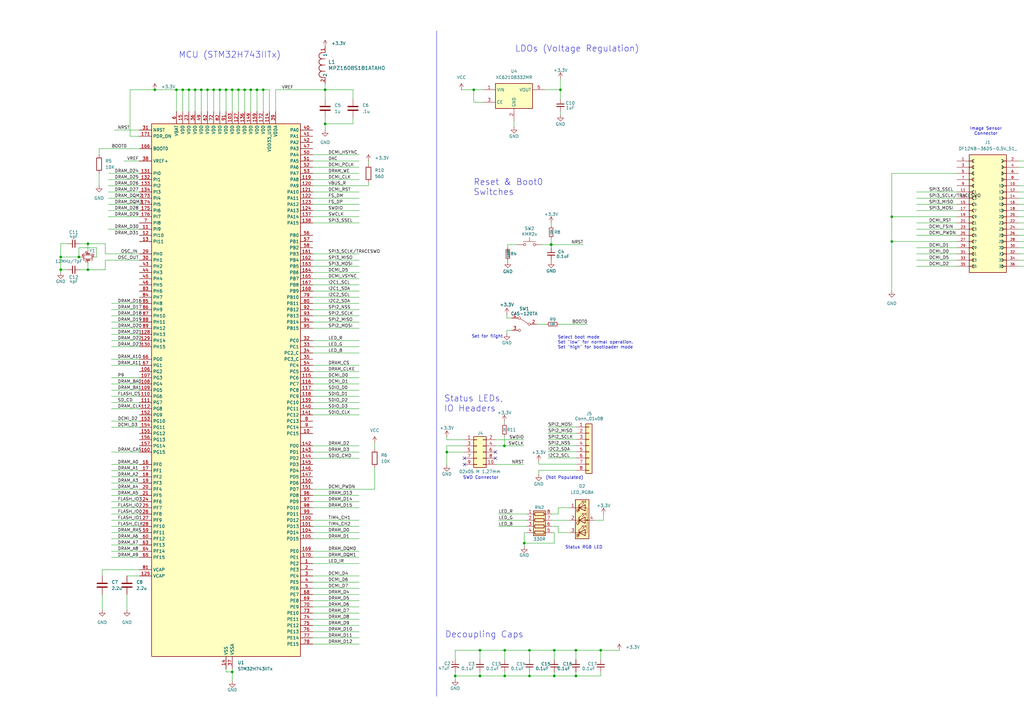
<source format=kicad_sch>
(kicad_sch (version 20231120) (generator "eeschema") (generator_version "8.0")
  (paper "A3")
  (lib_symbols
    (symbol "Argus_Connectors:10104110-0001LF" (pin_names (offset 1.016))
      (property "Reference" "J" (at -5.08 11.43 0))
      (property "Value" "10104110-0001LF" (at -5.08 -20.32 0))
      (symbol "10104110-0001LF_0_0"
        (pin power_in line (at -10.16 7.62 0) (length 5.08) (name "VCC") (number "1"))
        (pin bidirectional line (at -10.16 5.08 0) (length 5.08) (name "D-") (number "2"))
        (pin bidirectional line (at -10.16 2.54 0) (length 5.08) (name "D+") (number "3"))
        (pin bidirectional line (at -10.16 0 0) (length 5.08) (name "ID") (number "4"))
        (pin power_in line (at -10.16 -2.54 0) (length 5.08) (name "GND") (number "5"))
        (pin passive line (at -10.16 -7.62 0) (length 5.08) (name "SHIELD") (number "SH1"))
        (pin passive line (at -10.16 -10.16 0) (length 5.08) (name "SHIELD__1") (number "SH2"))
        (pin passive line (at -10.16 -12.7 0) (length 5.08) (name "SHIELD__2") (number "SH3"))
        (pin passive line (at -10.16 -15.24 0) (length 5.08) (name "SHIELD__3") (number "SH4"))
      )
    )
    (symbol "Argus_Connectors:DF12NB-36DS-0.5V_51_" (pin_names (offset 1.016))
      (property "Reference" "J" (at -8.12 25.4 0))
      (property "Value" "DF12NB-36DS-0.5V_51_" (at -7.62 -25.4 0))
      (symbol "DF12NB-36DS-0.5V_51__0_0"
        (pin passive line (at -12.7 22.86 0) (length 5.08) (name "1") (number "1"))
        (pin passive line (at 12.7 12.7 180) (length 5.08) (name "10") (number "10"))
        (pin passive line (at -12.7 10.16 0) (length 5.08) (name "11") (number "11"))
        (pin passive line (at 12.7 10.16 180) (length 5.08) (name "12") (number "12"))
        (pin passive line (at -12.7 7.62 0) (length 5.08) (name "13") (number "13"))
        (pin passive line (at 12.7 7.62 180) (length 5.08) (name "14") (number "14"))
        (pin passive line (at -12.7 5.08 0) (length 5.08) (name "15") (number "15"))
        (pin passive line (at 12.7 5.08 180) (length 5.08) (name "16") (number "16"))
        (pin passive line (at -12.7 2.54 0) (length 5.08) (name "17") (number "17"))
        (pin passive line (at 12.7 2.54 180) (length 5.08) (name "18") (number "18"))
        (pin passive line (at -12.7 0 0) (length 5.08) (name "19") (number "19"))
        (pin passive line (at 12.7 22.86 180) (length 5.08) (name "2") (number "2"))
        (pin passive line (at 12.7 0 180) (length 5.08) (name "20") (number "20"))
        (pin passive line (at -12.7 -2.54 0) (length 5.08) (name "21") (number "21"))
        (pin passive line (at 12.7 -2.54 180) (length 5.08) (name "22") (number "22"))
        (pin passive line (at -12.7 -5.08 0) (length 5.08) (name "23") (number "23"))
        (pin passive line (at 12.7 -5.08 180) (length 5.08) (name "24") (number "24"))
        (pin passive line (at -12.7 -7.62 0) (length 5.08) (name "25") (number "25"))
        (pin passive line (at 12.7 -7.62 180) (length 5.08) (name "26") (number "26"))
        (pin passive line (at -12.7 -10.16 0) (length 5.08) (name "27") (number "27"))
        (pin passive line (at 12.7 -10.16 180) (length 5.08) (name "28") (number "28"))
        (pin passive line (at -12.7 -12.7 0) (length 5.08) (name "29") (number "29"))
        (pin passive line (at -12.7 20.32 0) (length 5.08) (name "3") (number "3"))
        (pin passive line (at 12.7 -12.7 180) (length 5.08) (name "30") (number "30"))
        (pin passive line (at -12.7 -15.24 0) (length 5.08) (name "31") (number "31"))
        (pin passive line (at 12.7 -15.24 180) (length 5.08) (name "32") (number "32"))
        (pin passive line (at -12.7 -17.78 0) (length 5.08) (name "33") (number "33"))
        (pin passive line (at 12.7 -17.78 180) (length 5.08) (name "34") (number "34"))
        (pin passive line (at -12.7 -20.32 0) (length 5.08) (name "35") (number "35"))
        (pin passive line (at 12.7 -20.32 180) (length 5.08) (name "36") (number "36"))
        (pin passive line (at 12.7 20.32 180) (length 5.08) (name "4") (number "4"))
        (pin passive line (at -12.7 17.78 0) (length 5.08) (name "5") (number "5"))
        (pin passive line (at 12.7 17.78 180) (length 5.08) (name "6") (number "6"))
        (pin passive line (at -12.7 15.24 0) (length 5.08) (name "7") (number "7"))
        (pin passive line (at 12.7 15.24 180) (length 5.08) (name "8") (number "8"))
        (pin passive line (at -12.7 12.7 0) (length 5.08) (name "9") (number "9"))
      )
    )
    (symbol "Argus_Connectors:USD-1040310811" (pin_names (offset 1.016))
      (property "Reference" "X2" (at -7.62 20.828 0))
      (property "Value" "USD-1040310811" (at -10.414 -21.082 0))
      (symbol "USD-1040310811_1_0"
        (pin bidirectional line (at -12.7 -2.54 0) (length 5.08) (name "DAT2") (number "1"))
        (pin power_in line (at -12.7 12.7 0) (length 5.08) (name "CD") (number "10"))
        (pin power_in line (at -12.7 -15.24 0) (length 5.08) (name "SHD") (number "11"))
        (pin bidirectional line (at -12.7 -5.08 0) (length 5.08) (name "DAT3/CD") (number "2"))
        (pin bidirectional line (at -12.7 7.62 0) (length 5.08) (name "CMD") (number "3"))
        (pin power_in line (at -12.7 17.78 0) (length 5.08) (name "VDD") (number "4"))
        (pin bidirectional line (at -12.7 10.16 0) (length 5.08) (name "CLK") (number "5"))
        (pin power_in line (at -12.7 -12.7 0) (length 5.08) (name "VSS") (number "6"))
        (pin bidirectional line (at -12.7 2.54 0) (length 5.08) (name "DAT0") (number "7"))
        (pin bidirectional line (at -12.7 0 0) (length 5.08) (name "DAT1") (number "8"))
        (pin power_in line (at -12.7 -10.16 0) (length 5.08) (name "CD_POL") (number "9"))
      )
    )
    (symbol "Argus_ICs:IS42S32800J-7TLI" (pin_names (offset 1.016))
      (property "Reference" "U" (at -5.3661 75.2518 0))
      (property "Value" "IS42S32800J-7TLI" (at -2.9741 -81.6983 0))
      (symbol "IS42S32800J-7TLI_0_0"
        (pin power_in line (at -17.78 66.04 0) (length 5.08) (name "VDD_2") (number "1"))
        (pin bidirectional line (at 17.78 53.34 180) (length 5.08) (name "DQ5") (number "10"))
        (pin bidirectional line (at 17.78 50.8 180) (length 5.08) (name "DQ6") (number "11"))
        (pin power_in line (at -17.78 -53.34 0) (length 5.08) (name "VSSQ_6") (number "12"))
        (pin bidirectional line (at 17.78 48.26 180) (length 5.08) (name "DQ7") (number "13"))
        (pin no_connect line (at -17.78 -30.48 0) (length 5.08) (name "NC_4") (number "14"))
        (pin power_in line (at -17.78 63.5 0) (length 5.08) (name "VDD_3") (number "15"))
        (pin bidirectional line (at 17.78 -17.78 180) (length 5.08) (name "DQM0") (number "16"))
        (pin input line (at -17.78 33.02 0) (length 5.08) (name "~WE") (number "17"))
        (pin input line (at -17.78 30.48 0) (length 5.08) (name "~CAS") (number "18"))
        (pin input line (at -17.78 25.4 0) (length 5.08) (name "~RAS") (number "19"))
        (pin bidirectional line (at 17.78 66.04 180) (length 5.08) (name "DQ0") (number "2"))
        (pin input line (at -17.78 20.32 0) (length 5.08) (name "~CS") (number "20"))
        (pin input line (at -17.78 -20.32 0) (length 5.08) (name "A11") (number "21"))
        (pin input line (at -17.78 15.24 0) (length 5.08) (name "BA0") (number "22"))
        (pin input line (at -17.78 12.7 0) (length 5.08) (name "BA1") (number "23"))
        (pin input line (at -17.78 -17.78 0) (length 5.08) (name "A10") (number "24"))
        (pin input line (at -17.78 7.62 0) (length 5.08) (name "A0") (number "25"))
        (pin input line (at -17.78 5.08 0) (length 5.08) (name "A1") (number "26"))
        (pin input line (at -17.78 2.54 0) (length 5.08) (name "A2") (number "27"))
        (pin bidirectional line (at 17.78 -22.86 180) (length 5.08) (name "DQM2") (number "28"))
        (pin power_in line (at -17.78 60.96 0) (length 5.08) (name "VDD_4") (number "29"))
        (pin power_in line (at -17.78 55.88 0) (length 5.08) (name "VDDQ_2") (number "3"))
        (pin no_connect line (at -17.78 -33.02 0) (length 5.08) (name "NC_5") (number "30"))
        (pin bidirectional line (at 17.78 25.4 180) (length 5.08) (name "DQ16") (number "31"))
        (pin power_in line (at -17.78 -45.72 0) (length 5.08) (name "VSSQ_3") (number "32"))
        (pin bidirectional line (at 17.78 22.86 180) (length 5.08) (name "DQ17") (number "33"))
        (pin bidirectional line (at 17.78 20.32 180) (length 5.08) (name "DQ18") (number "34"))
        (pin power_in line (at -17.78 48.26 0) (length 5.08) (name "VDDQ_5") (number "35"))
        (pin bidirectional line (at 17.78 17.78 180) (length 5.08) (name "DQ19") (number "36"))
        (pin bidirectional line (at 17.78 15.24 180) (length 5.08) (name "DQ20") (number "37"))
        (pin power_in line (at -17.78 -43.18 0) (length 5.08) (name "VSSQ_2") (number "38"))
        (pin bidirectional line (at 17.78 12.7 180) (length 5.08) (name "DQ21") (number "39"))
        (pin bidirectional line (at 17.78 63.5 180) (length 5.08) (name "DQ1") (number "4"))
        (pin bidirectional line (at 17.78 10.16 180) (length 5.08) (name "DQ22") (number "40"))
        (pin power_in line (at -17.78 40.64 0) (length 5.08) (name "VDDQ_8") (number "41"))
        (pin bidirectional line (at 17.78 7.62 180) (length 5.08) (name "DQ23") (number "42"))
        (pin power_in line (at -17.78 58.42 0) (length 5.08) (name "VDD") (number "43"))
        (pin power_in line (at -17.78 -66.04 0) (length 5.08) (name "VSS_3") (number "44"))
        (pin bidirectional line (at 17.78 5.08 180) (length 5.08) (name "DQ24") (number "45"))
        (pin power_in line (at -17.78 -48.26 0) (length 5.08) (name "VSSQ_4") (number "46"))
        (pin bidirectional line (at 17.78 2.54 180) (length 5.08) (name "DQ25") (number "47"))
        (pin bidirectional line (at 17.78 0 180) (length 5.08) (name "DQ26") (number "48"))
        (pin power_in line (at -17.78 53.34 0) (length 5.08) (name "VDDQ_3") (number "49"))
        (pin bidirectional line (at 17.78 60.96 180) (length 5.08) (name "DQ2") (number "5"))
        (pin bidirectional line (at 17.78 -2.54 180) (length 5.08) (name "DQ27") (number "50"))
        (pin bidirectional line (at 17.78 -5.08 180) (length 5.08) (name "DQ28") (number "51"))
        (pin power_in line (at -17.78 -55.88 0) (length 5.08) (name "VSSQ_7") (number "52"))
        (pin bidirectional line (at 17.78 -7.62 180) (length 5.08) (name "DQ29") (number "53"))
        (pin bidirectional line (at 17.78 -10.16 180) (length 5.08) (name "DQ30") (number "54"))
        (pin power_in line (at -17.78 38.1 0) (length 5.08) (name "VDDQ") (number "55"))
        (pin bidirectional line (at 17.78 -12.7 180) (length 5.08) (name "DQ31") (number "56"))
        (pin no_connect line (at -17.78 -35.56 0) (length 5.08) (name "NC_6") (number "57"))
        (pin power_in line (at -17.78 -68.58 0) (length 5.08) (name "VSS_4") (number "58"))
        (pin bidirectional line (at 17.78 -25.4 180) (length 5.08) (name "DQM3") (number "59"))
        (pin power_in line (at -17.78 -50.8 0) (length 5.08) (name "VSSQ_5") (number "6"))
        (pin input line (at -17.78 0 0) (length 5.08) (name "A3") (number "60"))
        (pin input line (at -17.78 -2.54 0) (length 5.08) (name "A4") (number "61"))
        (pin input line (at -17.78 -5.08 0) (length 5.08) (name "A5") (number "62"))
        (pin input line (at -17.78 -7.62 0) (length 5.08) (name "A6") (number "63"))
        (pin input line (at -17.78 -10.16 0) (length 5.08) (name "A7") (number "64"))
        (pin input line (at -17.78 -12.7 0) (length 5.08) (name "A8") (number "65"))
        (pin input line (at -17.78 -15.24 0) (length 5.08) (name "A9") (number "66"))
        (pin input line (at -17.78 27.94 0) (length 5.08) (name "CKE") (number "67"))
        (pin input line (at -17.78 22.86 0) (length 5.08) (name "CLK") (number "68"))
        (pin no_connect line (at -17.78 -25.4 0) (length 5.08) (name "NC_2") (number "69"))
        (pin bidirectional line (at 17.78 58.42 180) (length 5.08) (name "DQ3") (number "7"))
        (pin no_connect line (at -17.78 -27.94 0) (length 5.08) (name "NC_3") (number "70"))
        (pin bidirectional line (at 17.78 -20.32 180) (length 5.08) (name "DQM1") (number "71"))
        (pin power_in line (at -17.78 -71.12 0) (length 5.08) (name "VSS") (number "72"))
        (pin no_connect line (at -17.78 -38.1 0) (length 5.08) (name "NC") (number "73"))
        (pin bidirectional line (at 17.78 45.72 180) (length 5.08) (name "DQ8") (number "74"))
        (pin power_in line (at -17.78 50.8 0) (length 5.08) (name "VDDQ_4") (number "75"))
        (pin bidirectional line (at 17.78 43.18 180) (length 5.08) (name "DQ9") (number "76"))
        (pin bidirectional line (at 17.78 40.64 180) (length 5.08) (name "DQ10") (number "77"))
        (pin power_in line (at -17.78 -58.42 0) (length 5.08) (name "VSSQ_8") (number "78"))
        (pin bidirectional line (at 17.78 38.1 180) (length 5.08) (name "DQ11") (number "79"))
        (pin bidirectional line (at 17.78 55.88 180) (length 5.08) (name "DQ4") (number "8"))
        (pin bidirectional line (at 17.78 35.56 180) (length 5.08) (name "DQ12") (number "80"))
        (pin power_in line (at -17.78 45.72 0) (length 5.08) (name "VDDQ_6") (number "81"))
        (pin bidirectional line (at 17.78 33.02 180) (length 5.08) (name "DQ13") (number "82"))
        (pin bidirectional line (at 17.78 30.48 180) (length 5.08) (name "DQ14") (number "83"))
        (pin power_in line (at -17.78 -60.96 0) (length 5.08) (name "VSSQ") (number "84"))
        (pin bidirectional line (at 17.78 27.94 180) (length 5.08) (name "DQ15") (number "85"))
        (pin power_in line (at -17.78 -63.5 0) (length 5.08) (name "VSS_2") (number "86"))
        (pin power_in line (at -17.78 43.18 0) (length 5.08) (name "VDDQ_7") (number "9"))
      )
    )
    (symbol "Argus_ICs:W25Q256JVEIQ_TR" (pin_names (offset 0.254))
      (property "Reference" "U" (at 40.64 12.7 0))
      (property "Value" "W25Q256JVEIQ TR" (at 40.64 10.16 0))
      (symbol "W25Q256JVEIQ_TR_0_1"
        (pin input line (at 0 0 0) (length 7.62) (name "/CS") (number "1"))
        (pin bidirectional line (at 0 -2.54 0) (length 7.62) (name "DO(IO1)") (number "2"))
        (pin bidirectional line (at 0 -5.08 0) (length 7.62) (name "/WP(IO2)") (number "3"))
        (pin power_out line (at 0 -7.62 0) (length 7.62) (name "GND") (number "4"))
        (pin bidirectional line (at 81.28 -10.16 180) (length 7.62) (name "DI(IO0)") (number "5"))
        (pin input line (at 81.28 -7.62 180) (length 7.62) (name "CLK") (number "6"))
        (pin bidirectional line (at 81.28 -5.08 180) (length 7.62) (name "/HOLD_OR_/RESET(IO3)") (number "7"))
        (pin power_in line (at 81.28 -2.54 180) (length 7.62) (name "VCC") (number "8"))
        (pin power_out line (at 81.28 0 180) (length 7.62) (name "EPAD") (number "9"))
      )
    )
    (symbol "Argus_Misc:MPZ1608S181ATAH0" (pin_names (offset 0.254))
      (property "Reference" "L" (at 6.985 5.08 0))
      (property "Value" "MPZ1608S181ATAH0" (at 6.985 -2.54 0))
      (symbol "MPZ1608S181ATAH0_1_1"
        (pin unspecified line (at 15.24 0 180) (length 2.54) (name "1") (number "1"))
        (pin unspecified line (at 0 0 0) (length 2.54) (name "2") (number "2"))
      )
      (symbol "MPZ1608S181ATAH0_1_2"
        (pin unspecified line (at 0 15.24 270) (length 2.54) (name "1") (number "1"))
        (pin unspecified line (at 0 0 90) (length 2.54) (name "2") (number "2"))
      )
    )
    (symbol "Connector_Generic:Conn_01x08" (pin_names (offset 1.016) hide)
      (property "Reference" "J" (at 0 10.16 0))
      (property "Value" "Conn_01x08" (at 0 -12.7 0))
      (symbol "Conn_01x08_1_1"
        (pin passive line (at -5.08 7.62 0) (length 3.81) (name "Pin_1") (number "1"))
        (pin passive line (at -5.08 5.08 0) (length 3.81) (name "Pin_2") (number "2"))
        (pin passive line (at -5.08 2.54 0) (length 3.81) (name "Pin_3") (number "3"))
        (pin passive line (at -5.08 0 0) (length 3.81) (name "Pin_4") (number "4"))
        (pin passive line (at -5.08 -2.54 0) (length 3.81) (name "Pin_5") (number "5"))
        (pin passive line (at -5.08 -5.08 0) (length 3.81) (name "Pin_6") (number "6"))
        (pin passive line (at -5.08 -7.62 0) (length 3.81) (name "Pin_7") (number "7"))
        (pin passive line (at -5.08 -10.16 0) (length 3.81) (name "Pin_8") (number "8"))
      )
    )
    (symbol "Connector_Generic:Conn_02x05_Odd_Even" (pin_names (offset 1.016) hide)
      (property "Reference" "J" (at 1.27 7.62 0))
      (property "Value" "Conn_02x05_Odd_Even" (at 1.27 -7.62 0))
      (symbol "Conn_02x05_Odd_Even_1_1"
        (pin passive line (at -5.08 5.08 0) (length 3.81) (name "Pin_1") (number "1"))
        (pin passive line (at 7.62 -5.08 180) (length 3.81) (name "Pin_10") (number "10"))
        (pin passive line (at 7.62 5.08 180) (length 3.81) (name "Pin_2") (number "2"))
        (pin passive line (at -5.08 2.54 0) (length 3.81) (name "Pin_3") (number "3"))
        (pin passive line (at 7.62 2.54 180) (length 3.81) (name "Pin_4") (number "4"))
        (pin passive line (at -5.08 0 0) (length 3.81) (name "Pin_5") (number "5"))
        (pin passive line (at 7.62 0 180) (length 3.81) (name "Pin_6") (number "6"))
        (pin passive line (at -5.08 -2.54 0) (length 3.81) (name "Pin_7") (number "7"))
        (pin passive line (at 7.62 -2.54 180) (length 3.81) (name "Pin_8") (number "8"))
        (pin passive line (at -5.08 -5.08 0) (length 3.81) (name "Pin_9") (number "9"))
      )
    )
    (symbol "Device:C" (pin_numbers hide) (pin_names (offset 0.254))
      (property "Reference" "C" (at 0.635 2.54 0))
      (property "Value" "C" (at 0.635 -2.54 0))
      (symbol "C_1_1"
        (pin passive line (at 0 3.81 270) (length 2.794) (name "~") (number "1"))
        (pin passive line (at 0 -3.81 90) (length 2.794) (name "~") (number "2"))
      )
    )
    (symbol "Device:C_Polarized_Small_US" (pin_numbers hide) (pin_names (offset 0.254) hide)
      (property "Reference" "C" (at 0.254 1.778 0))
      (property "Value" "C_Polarized_Small_US" (at 0.254 -2.032 0))
      (symbol "C_Polarized_Small_US_1_1"
        (pin passive line (at 0 2.54 270) (length 2.032) (name "~") (number "1"))
        (pin passive line (at 0 -2.54 90) (length 2.032) (name "~") (number "2"))
      )
    )
    (symbol "Device:C_Small" (pin_numbers hide) (pin_names (offset 0.254) hide)
      (property "Reference" "C" (at 0.254 1.778 0))
      (property "Value" "C_Small" (at 0.254 -2.032 0))
      (symbol "C_Small_1_1"
        (pin passive line (at 0 2.54 270) (length 2.032) (name "~") (number "1"))
        (pin passive line (at 0 -2.54 90) (length 2.032) (name "~") (number "2"))
      )
    )
    (symbol "Device:Crystal_GND24_Small" (pin_names (offset 1.016) hide)
      (property "Reference" "Y" (at 1.27 4.445 0))
      (property "Value" "Crystal_GND24_Small" (at 1.27 2.54 0))
      (symbol "Crystal_GND24_Small_1_1"
        (pin passive line (at -2.54 0 0) (length 1.27) (name "1") (number "1"))
        (pin passive line (at 0 -2.54 90) (length 0.635) (name "2") (number "2"))
        (pin passive line (at 2.54 0 180) (length 1.27) (name "3") (number "3"))
        (pin passive line (at 0 2.54 270) (length 0.635) (name "4") (number "4"))
      )
    )
    (symbol "Device:LED_RGBA" (pin_names (offset 0) hide)
      (property "Reference" "D" (at 0 9.398 0))
      (property "Value" "LED_RGBA" (at 0 -8.89 0))
      (symbol "LED_RGBA_0_0"
        (text "B" (at -1.905 -6.35 0) (effects (font (size 1.27 1.27))))
        (text "G" (at -1.905 -1.27 0) (effects (font (size 1.27 1.27))))
        (text "R" (at -1.905 3.81 0) (effects (font (size 1.27 1.27))))
      )
      (symbol "LED_RGBA_1_1"
        (pin passive line (at -5.08 5.08 0) (length 2.54) (name "RK") (number "1"))
        (pin passive line (at -5.08 0 0) (length 2.54) (name "GK") (number "2"))
        (pin passive line (at -5.08 -5.08 0) (length 2.54) (name "BK") (number "3"))
        (pin passive line (at 5.08 0 180) (length 2.54) (name "A") (number "4"))
      )
    )
    (symbol "Device:R" (pin_numbers hide) (pin_names (offset 0))
      (property "Reference" "R" (at 2.032 0 90))
      (property "Value" "R" (at 0 0 90))
      (symbol "R_1_1"
        (pin passive line (at 0 3.81 270) (length 1.27) (name "~") (number "1"))
        (pin passive line (at 0 -3.81 90) (length 1.27) (name "~") (number "2"))
      )
    )
    (symbol "Device:R_Pack04" (pin_names (offset 0) hide)
      (property "Reference" "RN" (at -7.62 0 90))
      (property "Value" "R_Pack04" (at 5.08 0 90))
      (symbol "R_Pack04_1_1"
        (pin passive line (at -5.08 -5.08 90) (length 2.54) (name "R1.1") (number "1"))
        (pin passive line (at -2.54 -5.08 90) (length 2.54) (name "R2.1") (number "2"))
        (pin passive line (at 0 -5.08 90) (length 2.54) (name "R3.1") (number "3"))
        (pin passive line (at 2.54 -5.08 90) (length 2.54) (name "R4.1") (number "4"))
        (pin passive line (at 2.54 5.08 270) (length 2.54) (name "R4.2") (number "5"))
        (pin passive line (at 0 5.08 270) (length 2.54) (name "R3.2") (number "6"))
        (pin passive line (at -2.54 5.08 270) (length 2.54) (name "R2.2") (number "7"))
        (pin passive line (at -5.08 5.08 270) (length 2.54) (name "R1.2") (number "8"))
      )
    )
    (symbol "Device:R_Small" (pin_numbers hide) (pin_names (offset 0.254) hide)
      (property "Reference" "R" (at 0.762 0.508 0))
      (property "Value" "R_Small" (at 0.762 -1.016 0))
      (symbol "R_Small_1_1"
        (pin passive line (at 0 2.54 270) (length 0.762) (name "~") (number "1"))
        (pin passive line (at 0 -2.54 90) (length 0.762) (name "~") (number "2"))
      )
    )
    (symbol "MCU_ST_STM32H7:STM32H743IITx"
      (property "Reference" "U" (at -30.48 110.49 0))
      (property "Value" "STM32H743IITx" (at 22.86 110.49 0))
      (symbol "STM32H743IITx_1_1"
        (pin bidirectional line (at 35.56 -71.12 180) (length 5.08) (name "PE2") (number "1"))
        (pin bidirectional line (at 35.56 -17.78 180) (length 5.08) (name "PC15") (number "10"))
        (pin bidirectional line (at 35.56 -53.34 180) (length 5.08) (name "PD12") (number "100"))
        (pin bidirectional line (at 35.56 -55.88 180) (length 5.08) (name "PD13") (number "101"))
        (pin passive line (at 0 -114.3 90) (length 5.08) hide (name "VSS") (number "102"))
        (pin power_in line (at 2.54 114.3 270) (length 5.08) (name "VDD") (number "103"))
        (pin bidirectional line (at 35.56 -58.42 180) (length 5.08) (name "PD14") (number "104"))
        (pin bidirectional line (at 35.56 -60.96 180) (length 5.08) (name "PD15") (number "105"))
        (pin bidirectional line (at -35.56 7.62 0) (length 5.08) (name "PG2") (number "106"))
        (pin bidirectional line (at -35.56 5.08 0) (length 5.08) (name "PG3") (number "107"))
        (pin bidirectional line (at -35.56 2.54 0) (length 5.08) (name "PG4") (number "108"))
        (pin bidirectional line (at -35.56 0 0) (length 5.08) (name "PG5") (number "109"))
        (pin bidirectional line (at -35.56 66.04 0) (length 5.08) (name "PI9") (number "11"))
        (pin bidirectional line (at -35.56 -2.54 0) (length 5.08) (name "PG6") (number "110"))
        (pin bidirectional line (at -35.56 -5.08 0) (length 5.08) (name "PG7") (number "111"))
        (pin bidirectional line (at -35.56 -7.62 0) (length 5.08) (name "PG8") (number "112"))
        (pin passive line (at 0 -114.3 90) (length 5.08) hide (name "VSS") (number "113"))
        (pin power_in line (at 17.78 114.3 270) (length 5.08) (name "VDD33_USB") (number "114"))
        (pin bidirectional line (at 35.56 5.08 180) (length 5.08) (name "PC6") (number "115"))
        (pin bidirectional line (at 35.56 2.54 180) (length 5.08) (name "PC7") (number "116"))
        (pin bidirectional line (at 35.56 0 180) (length 5.08) (name "PC8") (number "117"))
        (pin bidirectional line (at 35.56 -2.54 180) (length 5.08) (name "PC9") (number "118"))
        (pin bidirectional line (at 35.56 86.36 180) (length 5.08) (name "PA8") (number "119"))
        (pin bidirectional line (at -35.56 63.5 0) (length 5.08) (name "PI10") (number "12"))
        (pin bidirectional line (at 35.56 83.82 180) (length 5.08) (name "PA9") (number "120"))
        (pin bidirectional line (at 35.56 81.28 180) (length 5.08) (name "PA10") (number "121"))
        (pin bidirectional line (at 35.56 78.74 180) (length 5.08) (name "PA11") (number "122"))
        (pin bidirectional line (at 35.56 76.2 180) (length 5.08) (name "PA12") (number "123"))
        (pin bidirectional line (at 35.56 73.66 180) (length 5.08) (name "PA13") (number "124"))
        (pin power_out line (at -35.56 -76.2 0) (length 5.08) (name "VCAP") (number "125"))
        (pin passive line (at 0 -114.3 90) (length 5.08) hide (name "VSS") (number "126"))
        (pin power_in line (at 5.08 114.3 270) (length 5.08) (name "VDD") (number "127"))
        (pin bidirectional line (at -35.56 22.86 0) (length 5.08) (name "PH13") (number "128"))
        (pin bidirectional line (at -35.56 20.32 0) (length 5.08) (name "PH14") (number "129"))
        (pin bidirectional line (at -35.56 60.96 0) (length 5.08) (name "PI11") (number "13"))
        (pin bidirectional line (at -35.56 17.78 0) (length 5.08) (name "PH15") (number "130"))
        (pin bidirectional line (at -35.56 88.9 0) (length 5.08) (name "PI0") (number "131"))
        (pin bidirectional line (at -35.56 86.36 0) (length 5.08) (name "PI1") (number "132"))
        (pin bidirectional line (at -35.56 83.82 0) (length 5.08) (name "PI2") (number "133"))
        (pin bidirectional line (at -35.56 81.28 0) (length 5.08) (name "PI3") (number "134"))
        (pin passive line (at 0 -114.3 90) (length 5.08) hide (name "VSS") (number "135"))
        (pin power_in line (at 7.62 114.3 270) (length 5.08) (name "VDD") (number "136"))
        (pin bidirectional line (at 35.56 71.12 180) (length 5.08) (name "PA14") (number "137"))
        (pin bidirectional line (at 35.56 68.58 180) (length 5.08) (name "PA15") (number "138"))
        (pin bidirectional line (at 35.56 -5.08 180) (length 5.08) (name "PC10") (number "139"))
        (pin power_in line (at 0 -114.3 90) (length 5.08) (name "VSS") (number "14"))
        (pin bidirectional line (at 35.56 -7.62 180) (length 5.08) (name "PC11") (number "140"))
        (pin bidirectional line (at 35.56 -10.16 180) (length 5.08) (name "PC12") (number "141"))
        (pin bidirectional line (at 35.56 -22.86 180) (length 5.08) (name "PD0") (number "142"))
        (pin bidirectional line (at 35.56 -25.4 180) (length 5.08) (name "PD1") (number "143"))
        (pin bidirectional line (at 35.56 -27.94 180) (length 5.08) (name "PD2") (number "144"))
        (pin bidirectional line (at 35.56 -30.48 180) (length 5.08) (name "PD3") (number "145"))
        (pin bidirectional line (at 35.56 -33.02 180) (length 5.08) (name "PD4") (number "146"))
        (pin bidirectional line (at 35.56 -35.56 180) (length 5.08) (name "PD5") (number "147"))
        (pin passive line (at 0 -114.3 90) (length 5.08) hide (name "VSS") (number "148"))
        (pin power_in line (at 10.16 114.3 270) (length 5.08) (name "VDD") (number "149"))
        (pin power_in line (at -17.78 114.3 270) (length 5.08) (name "VDD") (number "15"))
        (pin bidirectional line (at 35.56 -38.1 180) (length 5.08) (name "PD6") (number "150"))
        (pin bidirectional line (at 35.56 -40.64 180) (length 5.08) (name "PD7") (number "151"))
        (pin bidirectional line (at -35.56 -10.16 0) (length 5.08) (name "PG9") (number "152"))
        (pin bidirectional line (at -35.56 -12.7 0) (length 5.08) (name "PG10") (number "153"))
        (pin bidirectional line (at -35.56 -15.24 0) (length 5.08) (name "PG11") (number "154"))
        (pin bidirectional line (at -35.56 -17.78 0) (length 5.08) (name "PG12") (number "155"))
        (pin bidirectional line (at -35.56 -20.32 0) (length 5.08) (name "PG13") (number "156"))
        (pin bidirectional line (at -35.56 -22.86 0) (length 5.08) (name "PG14") (number "157"))
        (pin passive line (at 0 -114.3 90) (length 5.08) hide (name "VSS") (number "158"))
        (pin power_in line (at 12.7 114.3 270) (length 5.08) (name "VDD") (number "159"))
        (pin bidirectional line (at -35.56 -30.48 0) (length 5.08) (name "PF0") (number "16"))
        (pin bidirectional line (at -35.56 -25.4 0) (length 5.08) (name "PG15") (number "160"))
        (pin bidirectional line (at 35.56 55.88 180) (length 5.08) (name "PB3") (number "161"))
        (pin bidirectional line (at 35.56 53.34 180) (length 5.08) (name "PB4") (number "162"))
        (pin bidirectional line (at 35.56 50.8 180) (length 5.08) (name "PB5") (number "163"))
        (pin bidirectional line (at 35.56 48.26 180) (length 5.08) (name "PB6") (number "164"))
        (pin bidirectional line (at 35.56 45.72 180) (length 5.08) (name "PB7") (number "165"))
        (pin input line (at -35.56 99.06 0) (length 5.08) (name "BOOT0") (number "166"))
        (pin bidirectional line (at 35.56 43.18 180) (length 5.08) (name "PB8") (number "167"))
        (pin bidirectional line (at 35.56 40.64 180) (length 5.08) (name "PB9") (number "168"))
        (pin bidirectional line (at 35.56 -66.04 180) (length 5.08) (name "PE0") (number "169"))
        (pin bidirectional line (at -35.56 -33.02 0) (length 5.08) (name "PF1") (number "17"))
        (pin bidirectional line (at 35.56 -68.58 180) (length 5.08) (name "PE1") (number "170"))
        (pin input line (at -35.56 104.14 0) (length 5.08) (name "PDR_ON") (number "171"))
        (pin power_in line (at 15.24 114.3 270) (length 5.08) (name "VDD") (number "172"))
        (pin bidirectional line (at -35.56 78.74 0) (length 5.08) (name "PI4") (number "173"))
        (pin bidirectional line (at -35.56 76.2 0) (length 5.08) (name "PI5") (number "174"))
        (pin bidirectional line (at -35.56 73.66 0) (length 5.08) (name "PI6") (number "175"))
        (pin bidirectional line (at -35.56 71.12 0) (length 5.08) (name "PI7") (number "176"))
        (pin bidirectional line (at -35.56 -35.56 0) (length 5.08) (name "PF2") (number "18"))
        (pin bidirectional line (at -35.56 -38.1 0) (length 5.08) (name "PF3") (number "19"))
        (pin bidirectional line (at 35.56 -73.66 180) (length 5.08) (name "PE3") (number "2"))
        (pin bidirectional line (at -35.56 -40.64 0) (length 5.08) (name "PF4") (number "20"))
        (pin bidirectional line (at -35.56 -43.18 0) (length 5.08) (name "PF5") (number "21"))
        (pin passive line (at 0 -114.3 90) (length 5.08) hide (name "VSS") (number "22"))
        (pin power_in line (at -15.24 114.3 270) (length 5.08) (name "VDD") (number "23"))
        (pin bidirectional line (at -35.56 -45.72 0) (length 5.08) (name "PF6") (number "24"))
        (pin bidirectional line (at -35.56 -48.26 0) (length 5.08) (name "PF7") (number "25"))
        (pin bidirectional line (at -35.56 -50.8 0) (length 5.08) (name "PF8") (number "26"))
        (pin bidirectional line (at -35.56 -53.34 0) (length 5.08) (name "PF9") (number "27"))
        (pin bidirectional line (at -35.56 -55.88 0) (length 5.08) (name "PF10") (number "28"))
        (pin bidirectional line (at -35.56 55.88 0) (length 5.08) (name "PH0") (number "29"))
        (pin bidirectional line (at 35.56 -76.2 180) (length 5.08) (name "PE4") (number "3"))
        (pin bidirectional line (at -35.56 53.34 0) (length 5.08) (name "PH1") (number "30"))
        (pin input line (at -35.56 106.68 0) (length 5.08) (name "NRST") (number "31"))
        (pin bidirectional line (at 35.56 20.32 180) (length 5.08) (name "PC0") (number "32"))
        (pin bidirectional line (at 35.56 17.78 180) (length 5.08) (name "PC1") (number "33"))
        (pin bidirectional line (at 35.56 15.24 180) (length 5.08) (name "PC2_C") (number "34"))
        (pin bidirectional line (at 35.56 12.7 180) (length 5.08) (name "PC3_C") (number "35"))
        (pin power_in line (at -12.7 114.3 270) (length 5.08) (name "VDD") (number "36"))
        (pin power_in line (at 2.54 -114.3 90) (length 5.08) (name "VSSA") (number "37"))
        (pin input line (at -35.56 93.98 0) (length 5.08) (name "VREF+") (number "38"))
        (pin power_in line (at 20.32 114.3 270) (length 5.08) (name "VDDA") (number "39"))
        (pin bidirectional line (at 35.56 -78.74 180) (length 5.08) (name "PE5") (number "4"))
        (pin bidirectional line (at 35.56 106.68 180) (length 5.08) (name "PA0") (number "40"))
        (pin bidirectional line (at 35.56 104.14 180) (length 5.08) (name "PA1") (number "41"))
        (pin bidirectional line (at 35.56 101.6 180) (length 5.08) (name "PA2") (number "42"))
        (pin bidirectional line (at -35.56 50.8 0) (length 5.08) (name "PH2") (number "43"))
        (pin bidirectional line (at -35.56 48.26 0) (length 5.08) (name "PH3") (number "44"))
        (pin bidirectional line (at -35.56 45.72 0) (length 5.08) (name "PH4") (number "45"))
        (pin bidirectional line (at -35.56 43.18 0) (length 5.08) (name "PH5") (number "46"))
        (pin bidirectional line (at 35.56 99.06 180) (length 5.08) (name "PA3") (number "47"))
        (pin passive line (at 0 -114.3 90) (length 5.08) hide (name "VSS") (number "48"))
        (pin power_in line (at -10.16 114.3 270) (length 5.08) (name "VDD") (number "49"))
        (pin bidirectional line (at 35.56 -81.28 180) (length 5.08) (name "PE6") (number "5"))
        (pin bidirectional line (at 35.56 96.52 180) (length 5.08) (name "PA4") (number "50"))
        (pin bidirectional line (at 35.56 93.98 180) (length 5.08) (name "PA5") (number "51"))
        (pin bidirectional line (at 35.56 91.44 180) (length 5.08) (name "PA6") (number "52"))
        (pin bidirectional line (at 35.56 88.9 180) (length 5.08) (name "PA7") (number "53"))
        (pin bidirectional line (at 35.56 10.16 180) (length 5.08) (name "PC4") (number "54"))
        (pin bidirectional line (at 35.56 7.62 180) (length 5.08) (name "PC5") (number "55"))
        (pin bidirectional line (at 35.56 63.5 180) (length 5.08) (name "PB0") (number "56"))
        (pin bidirectional line (at 35.56 60.96 180) (length 5.08) (name "PB1") (number "57"))
        (pin bidirectional line (at 35.56 58.42 180) (length 5.08) (name "PB2") (number "58"))
        (pin bidirectional line (at -35.56 -58.42 0) (length 5.08) (name "PF11") (number "59"))
        (pin power_in line (at -20.32 114.3 270) (length 5.08) (name "VBAT") (number "6"))
        (pin bidirectional line (at -35.56 -60.96 0) (length 5.08) (name "PF12") (number "60"))
        (pin passive line (at 0 -114.3 90) (length 5.08) hide (name "VSS") (number "61"))
        (pin power_in line (at -7.62 114.3 270) (length 5.08) (name "VDD") (number "62"))
        (pin bidirectional line (at -35.56 -63.5 0) (length 5.08) (name "PF13") (number "63"))
        (pin bidirectional line (at -35.56 -66.04 0) (length 5.08) (name "PF14") (number "64"))
        (pin bidirectional line (at -35.56 -68.58 0) (length 5.08) (name "PF15") (number "65"))
        (pin bidirectional line (at -35.56 12.7 0) (length 5.08) (name "PG0") (number "66"))
        (pin bidirectional line (at -35.56 10.16 0) (length 5.08) (name "PG1") (number "67"))
        (pin bidirectional line (at 35.56 -83.82 180) (length 5.08) (name "PE7") (number "68"))
        (pin bidirectional line (at 35.56 -86.36 180) (length 5.08) (name "PE8") (number "69"))
        (pin bidirectional line (at -35.56 68.58 0) (length 5.08) (name "PI8") (number "7"))
        (pin bidirectional line (at 35.56 -88.9 180) (length 5.08) (name "PE9") (number "70"))
        (pin passive line (at 0 -114.3 90) (length 5.08) hide (name "VSS") (number "71"))
        (pin power_in line (at -5.08 114.3 270) (length 5.08) (name "VDD") (number "72"))
        (pin bidirectional line (at 35.56 -91.44 180) (length 5.08) (name "PE10") (number "73"))
        (pin bidirectional line (at 35.56 -93.98 180) (length 5.08) (name "PE11") (number "74"))
        (pin bidirectional line (at 35.56 -96.52 180) (length 5.08) (name "PE12") (number "75"))
        (pin bidirectional line (at 35.56 -99.06 180) (length 5.08) (name "PE13") (number "76"))
        (pin bidirectional line (at 35.56 -101.6 180) (length 5.08) (name "PE14") (number "77"))
        (pin bidirectional line (at 35.56 -104.14 180) (length 5.08) (name "PE15") (number "78"))
        (pin bidirectional line (at 35.56 38.1 180) (length 5.08) (name "PB10") (number "79"))
        (pin bidirectional line (at 35.56 -12.7 180) (length 5.08) (name "PC13") (number "8"))
        (pin bidirectional line (at 35.56 35.56 180) (length 5.08) (name "PB11") (number "80"))
        (pin power_out line (at -35.56 -73.66 0) (length 5.08) (name "VCAP") (number "81"))
        (pin power_in line (at -2.54 114.3 270) (length 5.08) (name "VDD") (number "82"))
        (pin bidirectional line (at -35.56 40.64 0) (length 5.08) (name "PH6") (number "83"))
        (pin bidirectional line (at -35.56 38.1 0) (length 5.08) (name "PH7") (number "84"))
        (pin bidirectional line (at -35.56 35.56 0) (length 5.08) (name "PH8") (number "85"))
        (pin bidirectional line (at -35.56 33.02 0) (length 5.08) (name "PH9") (number "86"))
        (pin bidirectional line (at -35.56 30.48 0) (length 5.08) (name "PH10") (number "87"))
        (pin bidirectional line (at -35.56 27.94 0) (length 5.08) (name "PH11") (number "88"))
        (pin bidirectional line (at -35.56 25.4 0) (length 5.08) (name "PH12") (number "89"))
        (pin bidirectional line (at 35.56 -15.24 180) (length 5.08) (name "PC14") (number "9"))
        (pin passive line (at 0 -114.3 90) (length 5.08) hide (name "VSS") (number "90"))
        (pin power_in line (at 0 114.3 270) (length 5.08) (name "VDD") (number "91"))
        (pin bidirectional line (at 35.56 33.02 180) (length 5.08) (name "PB12") (number "92"))
        (pin bidirectional line (at 35.56 30.48 180) (length 5.08) (name "PB13") (number "93"))
        (pin bidirectional line (at 35.56 27.94 180) (length 5.08) (name "PB14") (number "94"))
        (pin bidirectional line (at 35.56 25.4 180) (length 5.08) (name "PB15") (number "95"))
        (pin bidirectional line (at 35.56 -43.18 180) (length 5.08) (name "PD8") (number "96"))
        (pin bidirectional line (at 35.56 -45.72 180) (length 5.08) (name "PD9") (number "97"))
        (pin bidirectional line (at 35.56 -48.26 180) (length 5.08) (name "PD10") (number "98"))
        (pin bidirectional line (at 35.56 -50.8 180) (length 5.08) (name "PD11") (number "99"))
      )
    )
    (symbol "Regulator_Linear:XC6210B332MR"
      (property "Reference" "U" (at 0 8.89 0))
      (property "Value" "XC6210B332MR" (at 0 6.35 0))
      (symbol "XC6210B332MR_1_1"
        (pin power_in line (at -12.7 2.54 0) (length 5.08) (name "VIN") (number "1"))
        (pin power_in line (at 0 -10.16 90) (length 5.08) (name "GND") (number "2"))
        (pin input line (at -12.7 -2.54 0) (length 5.08) (name "CE") (number "3"))
        (pin no_connect line (at 7.62 -2.54 180) (length 5.08) hide (name "NC") (number "4"))
        (pin power_out line (at 12.7 2.54 180) (length 5.08) (name "VOUT") (number "5"))
      )
    )
    (symbol "Switch:SW_Push" (pin_numbers hide) (pin_names (offset 1.016) hide)
      (property "Reference" "SW" (at 1.27 2.54 0))
      (property "Value" "SW_Push" (at 0 -1.524 0))
      (symbol "SW_Push_0_1"
        (pin passive line (at -5.08 0 0) (length 2.54) (name "1") (number "1"))
        (pin passive line (at 5.08 0 180) (length 2.54) (name "2") (number "2"))
      )
    )
    (symbol "Switch:SW_SPDT" (pin_names (offset 0) hide)
      (property "Reference" "SW" (at 0 4.318 0))
      (property "Value" "SW_SPDT" (at 0 -5.08 0))
      (symbol "SW_SPDT_1_1"
        (pin passive line (at 5.08 2.54 180) (length 2.54) (name "A") (number "1"))
        (pin passive line (at -5.08 0 0) (length 2.54) (name "B") (number "2"))
        (pin passive line (at 5.08 -2.54 180) (length 2.54) (name "C") (number "3"))
      )
    )
    (symbol "power:+3.3V" (power) (pin_names (offset 0))
      (property "Value" "+3.3V" (at 0 3.556 0))
      (symbol "+3.3V_1_1"
        (pin power_in line (at 0 0 90) (length 0) hide (name "+3.3V") (number "1"))
      )
    )
    (symbol "power:GND" (power) (pin_numbers hide) (pin_names (offset 0) hide)
      (property "Value" "GND" (at 0 -3.81 0))
      (symbol "GND_1_1"
        (pin power_in line (at 0 0 270) (length 0) (name "~") (number "1"))
      )
    )
    (symbol "power:VCC" (power) (pin_numbers hide) (pin_names (offset 0) hide)
      (property "Value" "VCC" (at 0 3.556 0))
      (symbol "VCC_1_1"
        (pin power_in line (at 0 0 90) (length 0) (name "~") (number "1"))
      )
    )
    (symbol "power:VDDA" (power) (pin_numbers hide) (pin_names (offset 0) hide)
      (property "Value" "VDDA" (at 0 3.556 0))
      (symbol "VDDA_1_1"
        (pin power_in line (at 0 0 90) (length 0) (name "~") (number "1"))
      )
    )
  )
  (junction (at 454.66 88.9))
  (junction (at 88.9 335.28))
  (junction (at 484.886 62.23))
  (junction (at 472.44 257.81))
  (junction (at 88.9 337.82))
  (junction (at 246.38 266.7))
  (junction (at 484.886 69.85))
  (junction (at 186.69 277.241))
  (junction (at 492.506 85.09))
  (junction (at 484.886 67.31))
  (junction (at 95.25 36.83))
  (junction (at 95.25 275.59))
  (junction (at 467.36 140.97))
  (junction (at 472.44 260.35))
  (junction (at 194.31 36.83))
  (junction (at 207.01 266.7))
  (junction (at 472.44 245.11))
  (junction (at 85.09 36.83))
  (junction (at 217.17 266.7))
  (junction (at 236.22 277.241))
  (junction (at 454.66 101.6))
  (junction (at 77.47 36.83))
  (junction (at 484.886 72.39))
  (junction (at 88.9 332.74))
  (junction (at 467.36 151.13))
  (junction (at 365.76 88.9))
  (junction (at 102.87 36.83))
  (junction (at 472.44 247.65))
  (junction (at 472.44 262.89))
  (junction (at 32.385 105.41))
  (junction (at 467.36 135.89))
  (junction (at 227.33 277.241))
  (junction (at 484.886 57.15))
  (junction (at 467.36 143.51))
  (junction (at 484.886 74.93))
  (junction (at 88.9 330.2))
  (junction (at 36.068 110.617))
  (junction (at 217.17 277.241))
  (junction (at 183.261 185.42))
  (junction (at 454.66 106.68))
  (junction (at 107.95 36.83))
  (junction (at 467.36 156.21))
  (junction (at 472.44 255.27))
  (junction (at 100.33 36.83))
  (junction (at 72.39 36.83))
  (junction (at 467.36 130.81))
  (junction (at 82.55 36.83))
  (junction (at 472.44 267.97))
  (junction (at 472.44 265.43))
  (junction (at 24.892 105.41))
  (junction (at 472.44 252.73))
  (junction (at 467.36 133.35))
  (junction (at 90.17 36.83))
  (junction (at 492.506 82.55))
  (junction (at 207.01 277.241))
  (junction (at 467.36 146.05))
  (junction (at 36.068 99.949))
  (junction (at 472.44 250.19))
  (junction (at 215.011 222.758))
  (junction (at 226.06 100.33) (diameter 1.016))
  (junction (at 365.76 99.06))
  (junction (at 484.886 52.07))
  (junction (at 133.35 36.83))
  (junction (at 206.883 182.88))
  (junction (at 467.36 138.43))
  (junction (at 454.66 76.2))
  (junction (at 80.01 36.83))
  (junction (at 24.892 110.617))
  (junction (at 467.36 148.59))
  (junction (at 74.93 36.83))
  (junction (at 227.33 266.7))
  (junction (at 92.71 36.83))
  (junction (at 454.66 104.14))
  (junction (at 229.87 36.83))
  (junction (at 133.35 50.8))
  (junction (at 196.85 266.7))
  (junction (at 63.5 36.83))
  (junction (at 454.66 66.04))
  (junction (at 97.79 36.83))
  (junction (at 467.36 153.67))
  (junction (at 196.85 277.241))
  (junction (at 105.41 36.83))
  (junction (at 236.22 266.7))
  (junction (at 472.44 242.57))
  (junction (at 87.63 36.83))
  (no_connect (at 203.2 185.42))
  (no_connect (at 190.5 187.96))
  (no_connect (at 190.5 190.5))
  (no_connect (at 203.2 187.96))
  (wire (pts (xy 128.27 241.3) (xy 147.32 241.3)))
  (wire (pts (xy 45.72 175.26) (xy 57.15 175.26)))
  (wire (pts (xy 128.27 124.46) (xy 147.32 124.46)))
  (wire (pts (xy 45.72 137.16) (xy 57.15 137.16)))
  (wire (pts (xy 128.27 226.06) (xy 147.32 226.06)))
  (wire (pts (xy 45.72 205.74) (xy 57.15 205.74)))
  (wire (pts (xy 467.36 130.81) (xy 467.36 133.35)))
  (wire (pts (xy 110.49 45.72) (xy 110.49 36.83)))
  (wire (pts (xy 484.886 72.39) (xy 484.886 69.85)))
  (wire (pts (xy 45.72 218.44) (xy 57.15 218.44)))
  (wire (pts (xy 494.538 57.15) (xy 510.54 57.15)))
  (wire (pts (xy 492.506 80.01) (xy 492.506 82.55)))
  (wire (pts (xy 454.66 101.6) (xy 454.66 88.9)))
  (wire (pts (xy 365.76 71.12) (xy 392.43 71.12)))
  (wire (pts (xy 204.47 215.9) (xy 216.154 215.9)))
  (wire (pts (xy 128.27 142.24) (xy 147.32 142.24)))
  (wire (pts (xy 128.27 213.36) (xy 147.32 213.36)))
  (wire (pts (xy 97.79 314.96) (xy 92.71 314.96)))
  (wire (pts (xy 499.11 -40.64) (xy 509.27 -40.64)))
  (wire (pts (xy 45.72 228.6) (xy 57.15 228.6)))
  (wire (pts (xy 467.36 153.67) (xy 477.52 153.67)))
  (wire (pts (xy 128.27 63.5) (xy 147.32 63.5)))
  (wire (pts (xy 484.886 74.93) (xy 489.458 74.93)))
  (wire (pts (xy 128.27 81.28) (xy 147.32 81.28)))
  (wire (pts (xy 88.9 332.74) (xy 88.9 335.28)))
  (wire (pts (xy 467.36 189.23) (xy 477.52 189.23)))
  (wire (pts (xy 144.78 36.83) (xy 133.35 36.83)))
  (wire (pts (xy 454.66 66.04) (xy 454.66 76.2)))
  (wire (pts (xy 417.83 109.22) (xy 454.66 109.22)))
  (wire (pts (xy 194.31 36.83) (xy 198.12 36.83)))
  (wire (pts (xy 513.08 130.81) (xy 523.24 130.81)))
  (wire (pts (xy 499.11 -35.56) (xy 510.54 -35.56)))
  (wire (pts (xy 207.01 275.59) (xy 207.01 277.241)))
  (wire (pts (xy 133.35 53.34) (xy 133.35 50.8)))
  (wire (pts (xy 226.06 92.71) (xy 226.06 91.44)))
  (wire (pts (xy 87.63 36.83) (xy 85.09 36.83)))
  (wire (pts (xy 492.506 82.55) (xy 510.54 82.55)))
  (wire (pts (xy 467.36 146.05) (xy 467.36 148.59)))
  (wire (pts (xy 484.886 62.23) (xy 484.886 67.31)))
  (wire (pts (xy 88.9 325.12) (xy 88.9 330.2)))
  (wire (pts (xy 513.08 153.67) (xy 523.24 153.67)))
  (wire (pts (xy 513.08 217.17) (xy 523.24 217.17)))
  (wire (pts (xy 375.92 86.36) (xy 392.43 86.36)))
  (wire (pts (xy 128.27 73.66) (xy 147.32 73.66)))
  (wire (pts (xy 222.25 100.33) (xy 226.06 100.33)))
  (wire (pts (xy 513.08 194.31) (xy 523.24 194.31)))
  (wire (pts (xy 513.08 133.35) (xy 523.24 133.35)))
  (wire (pts (xy 513.08 186.69) (xy 523.24 186.69)))
  (wire (pts (xy 52.07 236.22) (xy 57.15 236.22)))
  (wire (pts (xy 513.08 171.45) (xy 523.24 171.45)))
  (wire (pts (xy 128.27 231.14) (xy 147.32 231.14)))
  (wire (pts (xy 513.08 166.37) (xy 523.24 166.37)))
  (wire (pts (xy 467.36 151.13) (xy 477.52 151.13)))
  (wire (pts (xy 375.92 96.52) (xy 392.43 96.52)))
  (wire (pts (xy 32.766 110.617) (xy 36.068 110.617)))
  (wire (pts (xy 72.39 36.83) (xy 72.39 45.72)))
  (wire (pts (xy 417.83 86.36) (xy 434.34 86.36)))
  (wire (pts (xy 365.76 119.38) (xy 365.76 99.06)))
  (wire (pts (xy 226.314 215.9) (xy 228.981 215.9)))
  (wire (pts (xy 102.87 36.83) (xy 100.33 36.83)))
  (wire (pts (xy 128.27 71.12) (xy 147.32 71.12)))
  (wire (pts (xy 45.72 226.06) (xy 57.15 226.06)))
  (wire (pts (xy 494.538 67.31) (xy 510.54 67.31)))
  (wire (pts (xy 215.011 222.758) (xy 227.33 222.758)))
  (wire (pts (xy 85.09 317.5) (xy 97.79 317.5)))
  (wire (pts (xy 128.27 91.44) (xy 147.32 91.44)))
  (wire (pts (xy 88.9 337.82) (xy 88.9 341.63)))
  (wire (pts (xy 417.83 91.44) (xy 434.34 91.44)))
  (wire (pts (xy 228.981 210.82) (xy 226.314 210.82)))
  (wire (pts (xy 467.36 130.81) (xy 477.52 130.81)))
  (wire (pts (xy 246.38 275.59) (xy 246.38 277.241)))
  (wire (pts (xy 227.33 266.7) (xy 227.33 270.51)))
  (wire (pts (xy 513.08 161.29) (xy 523.24 161.29)))
  (wire (pts (xy 128.27 139.7) (xy 147.32 139.7)))
  (wire (pts (xy 224.79 177.673) (xy 236.474 177.673)))
  (wire (pts (xy 236.22 275.59) (xy 236.22 277.241)))
  (wire (pts (xy 204.47 213.36) (xy 216.154 213.36)))
  (wire (pts (xy 190.5 180.34) (xy 183.261 180.34)))
  (wire (pts (xy 224.79 187.833) (xy 236.474 187.833)))
  (wire (pts (xy 467.36 156.21) (xy 477.52 156.21)))
  (wire (pts (xy 128.27 157.48) (xy 147.32 157.48)))
  (wire (pts (xy 240.919 132.969) (xy 229.235 132.969)))
  (wire (pts (xy 417.83 93.98) (xy 434.34 93.98)))
  (wire (pts (xy 50.8 66.04) (xy 57.15 66.04)))
  (wire (pts (xy 467.36 143.51) (xy 467.36 146.05)))
  (wire (pts (xy 217.17 275.59) (xy 217.17 277.241)))
  (wire (pts (xy 88.9 335.28) (xy 97.79 335.28)))
  (wire (pts (xy 229.87 45.72) (xy 229.87 47.117)))
  (wire (pts (xy 417.83 81.28) (xy 434.34 81.28)))
  (wire (pts (xy 472.44 265.43) (xy 477.52 265.43)))
  (wire (pts (xy 207.899 130.429) (xy 209.931 130.429)))
  (wire (pts (xy 467.36 138.43) (xy 477.52 138.43)))
  (wire (pts (xy 92.71 314.96) (xy 92.71 311.15)))
  (wire (pts (xy 128.27 167.64) (xy 147.32 167.64)))
  (wire (pts (xy 128.27 200.66) (xy 153.67 200.66)))
  (wire (pts (xy 467.36 173.99) (xy 477.52 173.99)))
  (wire (pts (xy 454.66 109.22) (xy 454.66 106.68)))
  (wire (pts (xy 190.5 182.88) (xy 183.261 182.88)))
  (wire (pts (xy 105.41 36.83) (xy 102.87 36.83)))
  (wire (pts (xy 228.981 210.82) (xy 228.981 208.28)))
  (wire (pts (xy 100.33 36.83) (xy 100.33 45.72)))
  (wire (pts (xy 484.886 62.23) (xy 489.458 62.23)))
  (wire (pts (xy 513.08 201.93) (xy 523.24 201.93)))
  (wire (pts (xy 105.41 36.83) (xy 105.41 45.72)))
  (wire (pts (xy 128.27 111.76) (xy 147.32 111.76)))
  (wire (pts (xy 472.44 245.11) (xy 477.52 245.11)))
  (wire (pts (xy 467.36 138.43) (xy 467.36 140.97)))
  (wire (pts (xy 207.899 135.509) (xy 209.931 135.509)))
  (wire (pts (xy 227.33 222.758) (xy 227.33 218.44)))
  (wire (pts (xy 80.01 36.83) (xy 82.55 36.83)))
  (wire (pts (xy 92.71 275.59) (xy 95.25 275.59)))
  (wire (pts (xy 128.27 83.82) (xy 147.32 83.82)))
  (wire (pts (xy 472.44 265.43) (xy 472.44 267.97)))
  (wire (pts (xy 45.72 129.54) (xy 57.15 129.54)))
  (wire (pts (xy 467.36 135.89) (xy 477.52 135.89)))
  (wire (pts (xy 97.79 36.83) (xy 95.25 36.83)))
  (wire (pts (xy 207.01 266.7) (xy 207.01 270.51)))
  (wire (pts (xy 43.18 104.14) (xy 57.15 104.14)))
  (wire (pts (xy 40.64 60.96) (xy 40.64 63.5)))
  (wire (pts (xy 226.06 106.68) (xy 226.06 107.315)))
  (wire (pts (xy 417.83 76.2) (xy 454.66 76.2)))
  (wire (pts (xy 467.36 166.37) (xy 477.52 166.37)))
  (wire (pts (xy 472.44 257.81) (xy 472.44 260.35)))
  (wire (pts (xy 45.72 200.66) (xy 57.15 200.66)))
  (wire (pts (xy 194.31 41.91) (xy 194.31 36.83)))
  (wire (pts (xy 216.154 218.44) (xy 215.011 218.44)))
  (wire (pts (xy 472.44 250.19) (xy 472.44 252.73)))
  (wire (pts (xy 452.12 106.68) (xy 454.66 106.68)))
  (wire (pts (xy 417.83 99.06) (xy 434.34 99.06)))
  (wire (pts (xy 207.01 266.7) (xy 196.85 266.7)))
  (wire (pts (xy 513.08 189.23) (xy 523.24 189.23)))
  (wire (pts (xy 183.261 179.197) (xy 183.261 180.34)))
  (wire (pts (xy 417.83 66.04) (xy 454.66 66.04)))
  (wire (pts (xy 417.83 104.14) (xy 444.5 104.14)))
  (wire (pts (xy 128.27 251.46) (xy 147.32 251.46)))
  (wire (pts (xy 95.25 36.83) (xy 92.71 36.83)))
  (wire (pts (xy 454.66 106.68) (xy 454.66 104.14)))
  (wire (pts (xy 128.27 86.36) (xy 147.32 86.36)))
  (wire (pts (xy 183.261 182.88) (xy 183.261 185.42)))
  (wire (pts (xy 467.36 209.55) (xy 477.52 209.55)))
  (wire (pts (xy 53.34 36.83) (xy 63.5 36.83)))
  (wire (pts (xy 217.17 266.7) (xy 217.17 270.51)))
  (wire (pts (xy 43.18 106.68) (xy 43.18 110.617)))
  (wire (pts (xy 467.36 124.46) (xy 467.36 130.81)))
  (wire (pts (xy 24.892 105.41) (xy 24.892 110.617)))
  (wire (pts (xy 224.79 185.293) (xy 236.474 185.293)))
  (wire (pts (xy 246.38 277.241) (xy 236.22 277.241)))
  (wire (pts (xy 128.27 68.58) (xy 147.32 68.58)))
  (wire (pts (xy 220.98 189.23) (xy 220.98 190.373)))
  (wire (pts (xy 455.93 172.72) (xy 455.93 176.53)))
  (wire (pts (xy 151.13 74.93) (xy 151.13 76.2)))
  (wire (pts (xy 45.72 165.1) (xy 57.15 165.1)))
  (wire (pts (xy 44.45 93.98) (xy 57.15 93.98)))
  (wire (pts (xy 208.28 106.68) (xy 208.28 107.315)))
  (wire (pts (xy 407.67 -38.1) (xy 417.83 -38.1)))
  (wire (pts (xy 494.538 69.85) (xy 510.54 69.85)))
  (wire (pts (xy 499.11 -38.1) (xy 510.54 -38.1)))
  (wire (pts (xy 417.83 78.74) (xy 434.34 78.74)))
  (wire (pts (xy 454.66 49.53) (xy 454.66 66.04)))
  (wire (pts (xy 452.12 104.14) (xy 454.66 104.14)))
  (wire (pts (xy 128.27 109.22) (xy 147.32 109.22)))
  (wire (pts (xy 375.92 109.22) (xy 392.43 109.22)))
  (wire (pts (xy 32.385 105.41) (xy 33.528 105.41)))
  (wire (pts (xy 467.36 196.85) (xy 477.52 196.85)))
  (wire (pts (xy 95.25 36.83) (xy 95.25 45.72)))
  (wire (pts (xy 513.08 135.89) (xy 523.24 135.89)))
  (wire (pts (xy 501.269 59.69) (xy 510.54 59.69)))
  (wire (pts (xy 196.85 266.7) (xy 196.85 270.51)))
  (wire (pts (xy 41.91 243.84) (xy 41.91 250.19)))
  (wire (pts (xy 77.47 36.83) (xy 77.47 45.72)))
  (wire (pts (xy 484.886 69.85) (xy 484.886 67.31)))
  (wire (pts (xy 492.506 85.09) (xy 510.54 85.09)))
  (wire (pts (xy 466.09 176.53) (xy 477.52 176.53)))
  (wire (pts (xy 87.63 36.83) (xy 87.63 45.72)))
  (wire (pts (xy 375.92 106.68) (xy 392.43 106.68)))
  (wire (pts (xy 85.09 36.83) (xy 82.55 36.83)))
  (wire (pts (xy 196.85 275.59) (xy 196.85 277.241)))
  (wire (pts (xy 226.314 213.36) (xy 233.68 213.36)))
  (wire (pts (xy 467.36 151.13) (xy 467.36 153.67)))
  (wire (pts (xy 417.83 -35.56) (xy 410.21 -35.56)))
  (wire (pts (xy 44.45 86.36) (xy 57.15 86.36)))
  (wire (pts (xy 128.27 76.2) (xy 151.13 76.2)))
  (wire (pts (xy 39.624 105.41) (xy 38.608 105.41)))
  (wire (pts (xy 484.886 52.07) (xy 484.886 57.15)))
  (wire (pts (xy 128.27 248.92) (xy 147.32 248.92)))
  (wire (pts (xy 375.92 81.28) (xy 392.43 81.28)))
  (wire (pts (xy 44.45 78.74) (xy 57.15 78.74)))
  (wire (pts (xy 128.27 152.4) (xy 147.32 152.4)))
  (wire (pts (xy 128.27 106.68) (xy 147.32 106.68)))
  (wire (pts (xy 40.64 60.96) (xy 57.15 60.96)))
  (wire (pts (xy 476.25 52.07) (xy 476.25 81.28)))
  (wire (pts (xy 45.72 160.02) (xy 57.15 160.02)))
  (wire (pts (xy 217.17 277.241) (xy 227.33 277.241)))
  (wire (pts (xy 206.883 178.816) (xy 206.883 182.88)))
  (wire (pts (xy 128.27 129.54) (xy 147.32 129.54)))
  (wire (pts (xy 128.27 256.54) (xy 147.32 256.54)))
  (wire (pts (xy 226.06 100.33) (xy 226.06 97.79)))
  (wire (pts (xy 24.892 99.949) (xy 24.892 105.41)))
  (wire (pts (xy 74.93 36.83) (xy 74.93 45.72)))
  (wire (pts (xy 110.49 36.83) (xy 107.95 36.83)))
  (wire (pts (xy 128.27 160.02) (xy 147.32 160.02)))
  (wire (pts (xy 189.23 36.83) (xy 194.31 36.83)))
  (wire (pts (xy 455.93 176.53) (xy 458.47 176.53)))
  (wire (pts (xy 476.25 86.36) (xy 476.25 88.9)))
  (wire (pts (xy 45.72 195.58) (xy 57.15 195.58)))
  (wire (pts (xy 467.36 148.59) (xy 477.52 148.59)))
  (wire (pts (xy 375.92 83.82) (xy 392.43 83.82)))
  (wire (pts (xy 499.11 -43.18) (xy 505.46 -43.18)))
  (wire (pts (xy 128.27 187.96) (xy 147.32 187.96)))
  (wire (pts (xy 128.27 259.08) (xy 147.32 259.08)))
  (wire (pts (xy 57.15 55.88) (xy 53.34 55.88)))
  (wire (pts (xy 128.27 228.6) (xy 147.32 228.6)))
  (wire (pts (xy 88.9 337.82) (xy 97.79 337.82)))
  (wire (pts (xy 375.92 78.74) (xy 392.43 78.74)))
  (wire (pts (xy 41.91 233.68) (xy 41.91 236.22)))
  (wire (pts (xy 513.08 199.39) (xy 523.24 199.39)))
  (wire (pts (xy 45.72 172.72) (xy 57.15 172.72)))
  (wire (pts (xy 128.27 243.84) (xy 147.32 243.84)))
  (wire (pts (xy 144.78 48.26) (xy 144.78 50.8)))
  (wire (pts (xy 43.18 106.68) (xy 57.15 106.68)))
  (wire (pts (xy 44.45 81.28) (xy 57.15 81.28)))
  (wire (pts (xy 90.17 36.83) (xy 90.17 45.72)))
  (wire (pts (xy 467.36 146.05) (xy 477.52 146.05)))
  (wire (pts (xy 513.08 148.59) (xy 523.24 148.59)))
  (wire (pts (xy 186.69 275.59) (xy 186.69 277.241)))
  (wire (pts (xy 214.884 182.88) (xy 206.883 182.88)))
  (wire (pts (xy 472.44 242.57) (xy 472.44 245.11)))
  (wire (pts (xy 85.09 36.83) (xy 85.09 45.72)))
  (wire (pts (xy 46.99 53.34) (xy 57.15 53.34)))
  (wire (pts (xy 183.261 185.42) (xy 183.261 190.754)))
  (wire (pts (xy 133.35 50.8) (xy 133.35 48.26)))
  (wire (pts (xy 128.27 116.84) (xy 147.32 116.84)))
  (wire (pts (xy 128.27 208.28) (xy 147.32 208.28)))
  (wire (pts (xy 204.47 210.82) (xy 216.154 210.82)))
  (wire (pts (xy 226.06 100.33) (xy 239.268 100.33)))
  (wire (pts (xy 144.78 50.8) (xy 133.35 50.8)))
  (wire (pts (xy 365.76 88.9) (xy 392.43 88.9)))
  (wire (pts (xy 467.36 133.35) (xy 467.36 135.89)))
  (wire (pts (xy 484.886 72.39) (xy 489.458 72.39)))
  (wire (pts (xy 45.72 134.62) (xy 57.15 134.62)))
  (wire (pts (xy 90.17 36.83) (xy 87.63 36.83)))
  (wire (pts (xy 85.09 320.04) (xy 97.79 320.04)))
  (wire (pts (xy 186.69 277.241) (xy 196.85 277.241)))
  (wire (pts (xy 467.36 133.35) (xy 477.52 133.35)))
  (wire (pts (xy 472.44 255.27) (xy 477.52 255.27)))
  (wire (pts (xy 24.892 110.617) (xy 24.892 111.76)))
  (wire (pts (xy 513.08 163.83) (xy 523.24 163.83)))
  (wire (pts (xy 53.34 55.88) (xy 53.34 36.83)))
  (wire (pts (xy 207.01 277.241) (xy 217.17 277.241)))
  (wire (pts (xy 467.36 158.75) (xy 477.52 158.75)))
  (wire (pts (xy 45.72 142.24) (xy 57.15 142.24)))
  (wire (pts (xy 45.72 223.52) (xy 57.15 223.52)))
  (wire (pts (xy 513.08 140.97) (xy 523.24 140.97)))
  (wire (pts (xy 45.72 190.5) (xy 57.15 190.5)))
  (wire (pts (xy 95.25 274.32) (xy 95.25 275.59)))
  (wire (pts (xy 128.27 218.44) (xy 147.32 218.44)))
  (wire (pts (xy 95.25 275.59) (xy 95.25 279.4)))
  (wire (pts (xy 128.27 162.56) (xy 147.32 162.56)))
  (wire (pts (xy 27.686 99.949) (xy 24.892 99.949)))
  (wire (pts (xy 247.523 213.36) (xy 243.84 213.36)))
  (wire (pts (xy 513.08 143.51) (xy 523.24 143.51)))
  (wire (pts (xy 128.27 220.98) (xy 147.32 220.98)))
  (wire (pts (xy 128.27 88.9) (xy 147.32 88.9)))
  (wire (pts (xy 45.72 193.04) (xy 57.15 193.04)))
  (wire (pts (xy 36.068 110.617) (xy 36.068 107.95)))
  (wire (pts (xy 100.33 36.83) (xy 97.79 36.83)))
  (wire (pts (xy 484.886 48.895) (xy 484.886 52.07)))
  (wire (pts (xy 198.12 41.91) (xy 194.31 41.91)))
  (wire (pts (xy 375.92 93.98) (xy 392.43 93.98)))
  (wire (pts (xy 88.9 330.2) (xy 88.9 332.74)))
  (wire (pts (xy 214.884 190.5) (xy 203.2 190.5)))
  (wire (pts (xy 97.79 325.12) (xy 88.9 325.12)))
  (wire (pts (xy 128.27 236.22) (xy 147.32 236.22)))
  (wire (pts (xy 44.45 88.9) (xy 57.15 88.9)))
  (wire (pts (xy 365.76 99.06) (xy 392.43 99.06)))
  (wire (pts (xy 128.27 144.78) (xy 147.32 144.78)))
  (wire (pts (xy 227.33 275.59) (xy 227.33 277.241)))
  (wire (pts (xy 102.87 36.83) (xy 102.87 45.72)))
  (wire (pts (xy 128.27 205.74) (xy 147.32 205.74)))
  (wire (pts (xy 467.36 148.59) (xy 467.36 151.13)))
  (wire (pts (xy 467.36 194.31) (xy 477.52 194.31)))
  (wire (pts (xy 472.44 252.73) (xy 472.44 255.27)))
  (wire (pts (xy 183.261 185.42) (xy 190.5 185.42)))
  (wire (pts (xy 45.72 157.48) (xy 57.15 157.48)))
  (wire (pts (xy 128.27 185.42) (xy 147.32 185.42)))
  (wire (pts (xy 513.08 151.13) (xy 523.24 151.13)))
  (wire (pts (xy 403.86 -48.26) (xy 403.86 -43.18)))
  (wire (pts (xy 128.27 132.08) (xy 147.32 132.08)))
  (wire (pts (xy 509.27 -50.8) (xy 509.27 -40.64)))
  (wire (pts (xy 88.9 330.2) (xy 97.79 330.2)))
  (wire (pts (xy 513.08 146.05) (xy 523.24 146.05)))
  (wire (pts (xy 472.44 267.97) (xy 472.44 273.05)))
  (wire (pts (xy 513.08 214.63) (xy 523.24 214.63)))
  (wire (pts (xy 513.08 191.77) (xy 523.24 191.77)))
  (wire (pts (xy 492.506 82.55) (xy 492.506 85.09)))
  (wire (pts (xy 45.72 203.2) (xy 57.15 203.2)))
  (wire (pts (xy 39.624 101.6) (xy 39.624 105.41)))
  (wire (pts (xy 133.35 36.83) (xy 133.35 40.64)))
  (wire (pts (xy 410.21 -35.56) (xy 410.21 -31.75)))
  (wire (pts (xy 220.98 190.373) (xy 236.474 190.373)))
  (wire (pts (xy 513.08 179.07) (xy 523.24 179.07)))
  (wire (pts (xy 32.766 99.949) (xy 36.068 99.949)))
  (wire (pts (xy 88.9 332.74) (xy 97.79 332.74)))
  (wire (pts (xy 44.45 76.2) (xy 57.15 76.2)))
  (wire (pts (xy 513.08 158.75) (xy 523.24 158.75)))
  (wire (pts (xy 128.27 182.88) (xy 147.32 182.88)))
  (wire (pts (xy 57.15 233.68) (xy 41.91 233.68)))
  (wire (pts (xy 224.79 182.753) (xy 236.474 182.753)))
  (wire (pts (xy 206.883 173.736) (xy 206.883 172.847)))
  (wire (pts (xy 74.93 36.83) (xy 77.47 36.83)))
  (wire (pts (xy 215.011 224.155) (xy 215.011 222.758)))
  (wire (pts (xy 206.883 182.88) (xy 203.2 182.88)))
  (wire (pts (xy 128.27 170.18) (xy 147.32 170.18)))
  (wire (pts (xy 186.69 278.638) (xy 186.69 277.241)))
  (wire (pts (xy 228.981 215.9) (xy 228.981 218.44)))
  (wire (pts (xy 32.385 105.41) (xy 32.385 101.6)))
  (wire (pts (xy 45.72 149.86) (xy 57.15 149.86)))
  (wire (pts (xy 467.36 191.77) (xy 477.52 191.77)))
  (wire (pts (xy 92.71 36.83) (xy 92.71 45.72)))
  (wire (pts (xy 513.08 176.53) (xy 523.24 176.53)))
  (wire (pts (xy 467.36 217.17) (xy 477.52 217.17)))
  (wire (pts (xy 63.5 36.83) (xy 72.39 36.83)))
  (wire (pts (xy 472.44 252.73) (xy 477.52 252.73)))
  (wire (pts (xy 43.18 99.949) (xy 43.18 104.14)))
  (wire (pts (xy 43.18 110.617) (xy 36.068 110.617)))
  (wire (pts (xy 467.36 171.45) (xy 477.52 171.45)))
  (wire (pts (xy 375.92 91.44) (xy 392.43 91.44)))
  (wire (pts (xy 77.47 36.83) (xy 80.01 36.83)))
  (wire (pts (xy 513.08 204.47) (xy 523.24 204.47)))
  (wire (pts (xy 36.068 102.87) (xy 36.068 99.949)))
  (wire (pts (xy 45.72 147.32) (xy 57.15 147.32)))
  (wire (pts (xy 472.44 250.19) (xy 477.52 250.19)))
  (polyline (pts (xy 179.07 12.7) (xy 179.07 285.623)))
  (wire (pts (xy 24.892 105.41) (xy 32.385 105.41)))
  (wire (pts (xy 472.44 262.89) (xy 472.44 265.43)))
  (wire (pts (xy 513.08 219.71) (xy 523.24 219.71)))
  (wire (pts (xy 45.72 132.08) (xy 57.15 132.08)))
  (wire (pts (xy 472.44 245.11) (xy 472.44 247.65)))
  (wire (pts (xy 45.72 162.56) (xy 57.15 162.56)))
  (wire (pts (xy 224.79 175.133) (xy 236.474 175.133)))
  (wire (pts (xy 417.83 106.68) (xy 444.5 106.68)))
  (wire (pts (xy 113.03 36.83) (xy 133.35 36.83)))
  (wire (pts (xy 228.981 208.28) (xy 233.68 208.28)))
  (wire (pts (xy 472.44 260.35) (xy 472.44 262.89)))
  (wire (pts (xy 128.27 134.62) (xy 147.32 134.62)))
  (wire (pts (xy 417.83 101.6) (xy 454.66 101.6)))
  (wire (pts (xy 40.64 71.12) (xy 40.64 76.2)))
  (wire (pts (xy 484.886 57.15) (xy 489.458 57.15)))
  (wire (pts (xy 215.011 218.44) (xy 215.011 222.758)))
  (wire (pts (xy 467.36 207.01) (xy 477.52 207.01)))
  (wire (pts (xy 513.08 156.21) (xy 523.24 156.21)))
  (wire (pts (xy 128.27 66.04) (xy 147.32 66.04)))
  (wire (pts (xy 128.27 104.14) (xy 147.32 104.14)))
  (wire (pts (xy 484.886 52.07) (xy 510.54 52.07)))
  (wire (pts (xy 212.09 100.33) (xy 208.28 100.33)))
  (wire (pts (xy 484.886 74.93) (xy 484.886 72.39)))
  (wire (pts (xy 226.06 100.33) (xy 226.06 101.6)))
  (wire (pts (xy 513.08 138.43) (xy 523.24 138.43)))
  (wire (pts (xy 499.11 -33.02) (xy 510.54 -33.02)))
  (wire (pts (xy 454.66 104.14) (xy 454.66 101.6)))
  (wire (pts (xy 113.03 45.72) (xy 113.03 36.83)))
  (wire (pts (xy 107.95 36.83) (xy 105.41 36.83)))
  (wire (pts (xy 128.27 238.76) (xy 147.32 238.76)))
  (wire (pts (xy 467.36 184.15) (xy 477.52 184.15)))
  (wire (pts (xy 247.523 210.947) (xy 247.523 213.36)))
  (wire (pts (xy 207.899 128.905) (xy 207.899 130.429)))
  (wire (pts (xy 45.72 210.82) (xy 57.15 210.82)))
  (wire (pts (xy 133.35 34.29) (xy 133.35 36.83)))
  (wire (pts (xy 484.886 57.15) (xy 484.886 62.23)))
  (wire (pts (xy 220.091 132.969) (xy 224.155 132.969)))
  (wire (pts (xy 494.538 74.93) (xy 510.54 74.93)))
  (wire (pts (xy 45.72 220.98) (xy 57.15 220.98)))
  (wire (pts (xy 45.72 213.36) (xy 57.15 213.36)))
  (wire (pts (xy 45.72 124.46) (xy 57.15 124.46)))
  (wire (pts (xy 254 266.7) (xy 246.38 266.7)))
  (wire (pts (xy 217.17 266.7) (xy 207.01 266.7)))
  (wire (pts (xy 45.72 127) (xy 57.15 127)))
  (wire (pts (xy 88.9 335.28) (xy 88.9 337.82)))
  (wire (pts (xy 82.55 36.83) (xy 82.55 45.72)))
  (wire (pts (xy 214.884 180.34) (xy 203.2 180.34)))
  (wire (pts (xy 513.08 209.55) (xy 523.24 209.55)))
  (wire (pts (xy 196.85 266.7) (xy 186.69 266.7)))
  (wire (pts (xy 472.44 255.27) (xy 472.44 257.81)))
  (wire (pts (xy 467.36 214.63) (xy 477.52 214.63)))
  (wire (pts (xy 44.45 83.82) (xy 57.15 83.82)))
  (wire (pts (xy 494.538 62.23) (xy 510.54 62.23)))
  (wire (pts (xy 467.36 140.97) (xy 467.36 143.51)))
  (wire (pts (xy 484.886 69.85) (xy 489.458 69.85)))
  (wire (pts (xy 45.72 185.42) (xy 57.15 185.42)))
  (wire (pts (xy 472.44 247.65) (xy 472.44 250.19)))
  (wire (pts (xy 128.27 119.38) (xy 147.32 119.38)))
  (wire (pts (xy 236.22 266.7) (xy 236.22 270.51)))
  (wire (pts (xy 513.08 173.99) (xy 523.24 173.99)))
  (wire (pts (xy 467.36 143.51) (xy 477.52 143.51)))
  (wire (pts (xy 454.66 76.2) (xy 454.66 88.9)))
  (wire (pts (xy 484.886 67.31) (xy 489.458 67.31)))
  (wire (pts (xy 246.38 266.7) (xy 236.22 266.7)))
  (wire (pts (xy 417.83 96.52) (xy 434.34 96.52)))
  (wire (pts (xy 128.27 264.16) (xy 147.32 264.16)))
  (wire (pts (xy 92.71 274.32) (xy 92.71 275.59)))
  (wire (pts (xy 207.899 136.906) (xy 207.899 135.509)))
  (wire (pts (xy 128.27 127) (xy 147.32 127)))
  (wire (pts (xy 128.27 121.92) (xy 147.32 121.92)))
  (wire (pts (xy 513.08 184.15) (xy 523.24 184.15)))
  (wire (pts (xy 467.36 201.93) (xy 477.52 201.93)))
  (wire (pts (xy 472.44 260.35) (xy 477.52 260.35)))
  (wire (pts (xy 128.27 261.62) (xy 147.32 261.62)))
  (wire (pts (xy 45.72 198.12) (xy 57.15 198.12)))
  (wire (pts (xy 365.76 99.06) (xy 365.76 88.9)))
  (wire (pts (xy 417.83 88.9) (xy 454.66 88.9)))
  (wire (pts (xy 223.52 36.83) (xy 229.87 36.83)))
  (wire (pts (xy 236.22 266.7) (xy 227.33 266.7)))
  (wire (pts (xy 208.28 100.33) (xy 208.28 101.6)))
  (wire (pts (xy 128.27 149.86) (xy 147.32 149.86)))
  (wire (pts (xy 36.068 99.949) (xy 43.18 99.949)))
  (wire (pts (xy 80.01 45.72) (xy 80.01 36.83)))
  (wire (pts (xy 403.86 -43.18) (xy 417.83 -43.18)))
  (wire (pts (xy 467.36 163.83) (xy 477.52 163.83)))
  (wire (pts (xy 467.36 181.61) (xy 477.52 181.61)))
  (wire (pts (xy 246.38 266.7) (xy 246.38 270.51)))
  (wire (pts (xy 375.92 104.14) (xy 392.43 104.14)))
  (wire (pts (xy 472.44 242.57) (xy 477.52 242.57)))
  (wire (pts (xy 144.78 36.83) (xy 144.78 40.64)))
  (wire (pts (xy 196.85 277.241) (xy 207.01 277.241)))
  (wire (pts (xy 220.98 192.913) (xy 236.474 192.913)))
  (wire (pts (xy 365.76 88.9) (xy 365.76 71.12)))
  (wire (pts (xy 92.71 36.83) (xy 90.17 36.83)))
  (wire (pts (xy 52.07 243.84) (xy 52.07 250.19)))
  (wire (pts (xy 467.36 212.09) (xy 477.52 212.09)))
  (wire (pts (xy 186.69 266.7) (xy 186.69 270.51)))
  (wire (pts (xy 472.44 262.89) (xy 477.52 262.89)))
  (wire (pts (xy 472.44 257.81) (xy 477.52 257.81)))
  (wire (pts (xy 45.72 167.64) (xy 57.15 167.64)))
  (wire (pts (xy 228.981 218.44) (xy 233.68 218.44)))
  (wire (pts (xy 128.27 165.1) (xy 147.32 165.1)))
  (wire (pts (xy 128.27 78.74) (xy 147.32 78.74)))
  (wire (pts (xy 484.886 87.122) (xy 484.886 88.138)))
  (wire (pts (xy 467.36 153.67) (xy 467.36 156.21)))
  (wire (pts (xy 128.27 203.2) (xy 147.32 203.2)))
  (wire (pts (xy 477.52 240.03) (xy 472.44 240.03)))
  (wire (pts (xy 229.87 36.83) (xy 229.87 40.64)))
  (wire (pts (xy 472.44 267.97) (xy 477.52 267.97)))
  (wire (pts (xy 220.98 192.913) (xy 220.98 194.691)))
  (wire (pts (xy 513.08 196.85) (xy 523.24 196.85)))
  (wire (pts (xy 153.67 191.77) (xy 153.67 200.66)))
  (wire (pts (xy 128.27 215.9) (xy 147.32 215.9)))
  (wire (pts (xy 513.08 222.25) (xy 523.24 222.25)))
  (wire (pts (xy 417.83 83.82) (xy 434.34 83.82)))
  (wire (pts (xy 375.92 101.6) (xy 392.43 101.6)))
  (wire (pts (xy 107.95 36.83) (xy 107.95 45.72)))
  (wire (pts (xy 484.886 74.93) (xy 484.886 82.042)))
  (wire (pts (xy 227.33 277.241) (xy 236.22 277.241)))
  (wire (pts (xy 128.27 154.94) (xy 147.32 154.94)))
  (wire (pts (xy 505.46 -43.18) (xy 505.46 -27.94)))
  (wire (pts (xy 513.08 181.61) (xy 523.24 181.61)))
  (wire (pts (xy 492.506 80.01) (xy 510.54 80.01)))
  (wire (pts (xy 72.39 36.83) (xy 74.93 36.83)))
  (wire (pts (xy 417.83 68.58) (xy 448.31 68.58)))
  (wire (pts (xy 467.36 199.39) (xy 477.52 199.39)))
  (wire (pts (xy 472.44 247.65) (xy 477.52 247.65)))
  (wire (pts (xy 210.82 49.53) (xy 210.82 52.07)))
  (wire (pts (xy 128.27 114.3) (xy 147.32 114.3)))
  (wire (pts (xy 128.27 246.38) (xy 147.32 246.38)))
  (wire (pts (xy 407.67 -40.64) (xy 417.83 -40.64)))
  (wire (pts (xy 403.86 -59.69) (xy 403.86 -55.88)))
  (wire (pts (xy 151.13 66.04) (xy 151.13 67.31)))
  (wire (pts (xy 467.36 140.97) (xy 477.52 140.97)))
  (wire (pts (xy 224.79 180.213) (xy 236.474 180.213)))
  (wire (pts (xy 24.892 110.617) (xy 27.686 110.617)))
  (wire (pts (xy 467.36 168.91) (xy 477.52 168.91)))
  (wire (pts (xy 44.45 73.66) (xy 57.15 73.66)))
  (wire (pts (xy 467.36 204.47) (xy 477.52 204.47)))
  (wire (pts (xy 467.36 156.21) (xy 467.36 158.75)))
  (wire (pts (xy 467.36 135.89) (xy 467.36 138.43)))
  (wire (pts (xy 128.27 254) (xy 147.32 254)))
  (wire (pts (xy 32.385 101.6) (xy 39.624 101.6)))
  (wire (pts (xy 45.72 139.7) (xy 57.15 139.7)))
  (wire (pts (xy 448.31 49.53) (xy 448.31 68.58)))
  (wire (pts (xy 513.08 207.01) (xy 523.24 207.01)))
  (wire (pts (xy 97.79 36.83) (xy 97.79 45.72)))
  (wire (pts (xy 45.72 208.28) (xy 57.15 208.28)))
  (wire (pts (xy 227.33 266.7) (xy 217.17 266.7)))
  (wire (pts (xy 472.44 240.03) (xy 472.44 242.57)))
  (wire (pts (xy 153.67 181.61) (xy 153.67 184.15)))
  (wire (pts (xy 476.25 52.07) (xy 484.886 52.07)))
  (wire (pts (xy 229.87 32.385) (xy 229.87 36.83)))
  (wire (pts (xy 45.72 154.94) (xy 57.15 154.94)))
  (wire (pts (xy 45.72 215.9) (xy 57.15 215.9)))
  (wire (pts (xy 513.08 168.91) (xy 523.24 168.91)))
  (wire (pts (xy 227.33 218.44) (xy 226.314 218.44)))
  (wire (pts (xy 494.538 72.39) (xy 510.54 72.39)))
  (wire (pts (xy 492.506 85.09) (xy 492.506 88.138)))
  (wire (pts (xy 44.45 71.12) (xy 57.15 71.12)))
  (text "LDOs (Voltage Regulation)" (at 236.728 20.066 0) (effects (font (size 2.54 2.54))))
  (text "(Not Populated)" (at 223.774 196.723 0) (effects (font (size 1.27 1.27)) (justify left bottom)))
  (text "Status LEDs,\nIO Headers" (at 182.118 169.164 0) (effects (font (size 2.54 2.54)) (justify left bottom)))
  (text "Set for flight" (at 193.421 138.811 0) (effects (font (size 1.27 1.27)) (justify left bottom)))
  (text "Status RGB LED" (at 231.775 225.298 0) (effects (font (size 1.27 1.27)) (justify left bottom)))
  (text "Reset & Boot0\nSwitches" (at 194.183 80.391 0) (effects (font (size 2.54 2.54)) (justify left bottom)))
  (text "MCU (STM32H743IITx)" (at 94.234 22.606 0) (effects (font (size 2.54 2.54))))
  (text "Image Sensor\nConnector" (at 404.368 53.848 0) (effects (font (size 1.27 1.27))))
  (text "32-Bit SDRAM\n" (at 494.792 116.078 0) (effects (font (size 1.27 1.27))))
  (text "Decoupling Caps" (at 198.628 260.35 0) (effects (font (size 2.54 2.54))))
  (text "Select boot mode\nSet \"low\" for normal operation.\nSet \"high\" for bootloader mode" (at 228.727 143.256 0) (effects (font (size 1.27 1.27)) (justify left bottom)))
  (text "SWD Connector" (at 189.865 196.723 0) (effects (font (size 1.27 1.27)) (justify left bottom)))
  (label "DRAM_CLK" (at 468.63 173.99 0))
  (label "DRAM_D12" (at 134.62 264.16 0))
  (label "SPI2_NSS" (at 134.62 127 0))
  (label "DCMI_PCLK" (at 421.64 81.28 0))
  (label "DRAM_D25" (at 46.99 73.66 0))
  (label "DCMI_FSIN" (at 381 93.98 0))
  (label "DRAM_BA1" (at 468.63 184.15 0))
  (label "DRAM_A11" (at 468.63 217.17 0))
  (label "DRAM_D19" (at 514.35 179.07 0))
  (label "DRAM_CAS" (at 48.26 185.42 0))
  (label "VBUS_R" (at 134.62 76.2 0))
  (label "DRAM_D15" (at 514.35 168.91 0))
  (label "DCMI_D1" (at 381 101.6 0))
  (label "DRAM_D23" (at 514.35 189.23 0))
  (label "LED_R" (at 134.62 139.7 0))
  (label "DRAM_D27" (at 514.35 199.39 0))
  (label "DRAM_D13" (at 134.62 203.2 0))
  (label "DRAM_D6" (at 134.62 248.92 0))
  (label "I2C1_SCL" (at 421.64 104.14 0))
  (label "DRAM_D14" (at 134.62 205.74 0))
  (label "SPI2_MOSI" (at 134.62 134.62 0))
  (label "DRAM_D17" (at 48.26 127 0))
  (label "DRAM_D9" (at 514.35 153.67 0))
  (label "SWDIO" (at 214.884 180.34 180))
  (label "DRAM_A5" (at 48.26 203.2 0))
  (label "SPI3_MISO" (at 134.62 106.68 0))
  (label "DRAM_CS" (at 468.63 176.53 0))
  (label "DRAM_A0" (at 468.63 189.23 0))
  (label "DCMI_D5" (at 381 106.68 0))
  (label "DRAM_D8" (at 514.35 151.13 0))
  (label "DRAM_A8" (at 468.63 209.55 0))
  (label "DRAM_A7" (at 48.26 223.52 0))
  (label "DRAM_CLK" (at 48.26 167.64 0))
  (label "DRAM_D15" (at 134.62 208.28 0))
  (label "SPI3_MOSI" (at 134.62 109.22 0))
  (label "DRAM_A9" (at 468.63 212.09 0))
  (label "SPI2_SCLK" (at 224.79 180.213 0))
  (label "DRAM_CLKE" (at 134.62 152.4 0))
  (label "DRAM_BA0" (at 468.63 181.61 0))
  (label "SWCLK" (at 134.62 88.9 0))
  (label "DRAM_BA0" (at 48.26 157.48 0))
  (label "DRAM_D2" (at 514.35 135.89 0))
  (label "P9" (at 48.26 154.94 0))
  (label "DCMI_D1" (at 134.62 157.48 0))
  (label "SPI2_MISO" (at 224.79 177.673 0))
  (label "DRAM_A6" (at 468.63 204.47 0))
  (label "SPI3_SCLK{slash}TRACESWO" (at 381 81.28 0))
  (label "SPI3_SCLK{slash}TRACESWO" (at 134.62 104.14 0))
  (label "DCMI_D3" (at 421.64 99.06 0))
  (label "DRAM_D20" (at 514.35 181.61 0))
  (label "DRAM_D11" (at 514.35 158.75 0))
  (label "FS_DM" (at 87.63 317.5 0))
  (label "DRAM_RAS" (at 48.26 218.44 0))
  (label "DRAM_D30" (at 46.99 93.98 0))
  (label "DRAM_DQM2" (at 46.99 81.28 0))
  (label "DCMI_PCLK" (at 134.62 68.58 0))
  (label "DRAM_D10" (at 134.62 259.08 0))
  (label "DCMI_D3" (at 48.26 175.26 0))
  (label "LED_R" (at 204.47 210.82 0))
  (label "DRAM_A10" (at 48.26 147.32 0))
  (label "DRAM_D6" (at 514.35 146.05 0))
  (label "DCMI_VSYNC" (at 134.62 114.3 0))
  (label "NRST" (at 239.268 100.33 180))
  (label "DRAM_D23" (at 48.26 142.24 0))
  (label "OSC_OUT" (at 48.26 106.68 0))
  (label "DRAM_DQM1" (at 514.35 217.17 0))
  (label "DRAM_D17" (at 514.35 173.99 0))
  (label "SDIO_CMD" (at 134.62 187.96 0))
  (label "LED_IR" (at 134.62 231.14 0))
  (label "DRAM_D30" (at 514.35 207.01 0))
  (label "I2C1_SDA" (at 421.64 106.68 0))
  (label "DRAM_A5" (at 468.63 201.93 0))
  (label "DRAM_D21" (at 48.26 137.16 0))
  (label "TIM4_CH2" (at 134.62 215.9 0))
  (label "SDIO_D1" (at 134.62 162.56 0))
  (label "DRAM_A9" (at 48.26 228.6 0))
  (label "DCMI_D6" (at 421.64 93.98 0))
  (label "OSC_IN" (at 49.53 104.14 0))
  (label "DRAM_D4" (at 514.35 140.97 0))
  (label "DRAM_D22" (at 514.35 186.69 0))
  (label "DCMI_PWDN" (at 381 96.52 0))
  (label "DRAM_D14" (at 514.35 166.37 0))
  (label "DRAM_D5" (at 514.35 143.51 0))
  (label "FLASH_CS" (at 406.4 -43.18 0))
  (label "FS_DM" (at 134.62 81.28 0))
  (label "DCMI_D7" (at 134.62 241.3 0))
  (label "VREF" (at 115.57 36.83 0))
  (label "DRAM_A6" (at 48.26 220.98 0))
  (label "DCMI_PWDN" (at 134.62 200.66 0))
  (label "SDIO_D3" (at 134.62 167.64 0))
  (label "FLASH_CLK" (at 500.38 -35.56 0))
  (label "DRAM_D0" (at 134.62 218.44 0))
  (label "SDIO_D2" (at 134.62 165.1 0))
  (label "FS_DP" (at 134.62 83.82 0))
  (label "DRAM_D24" (at 46.99 71.12 0))
  (label "DRAM_D21" (at 514.35 184.15 0))
  (label "DRAM_D25" (at 514.35 194.31 0))
  (label "DRAM_A11" (at 48.26 149.86 0))
  (label "DRAM_A2" (at 468.63 194.31 0))
  (label "DRAM_D9" (at 134.62 256.54 0))
  (label "I2C2_SDA" (at 134.62 124.46 0))
  (label "DCMI_CLK" (at 134.62 73.66 0))
  (label "DRAM_A10" (at 468.63 214.63 0))
  (label "NRST" (at 214.884 190.5 180))
  (label "SDIO_D3" (at 501.269 74.93 0))
  (label "DRAM_D29" (at 514.35 204.47 0))
  (label "DRAM_D26" (at 514.35 196.85 0))
  (label "DRAM_D31" (at 514.35 209.55 0))
  (label "DCMI_D6" (at 134.62 238.76 0))
  (label "DRAM_D16" (at 48.26 124.46 0))
  (label "SWCLK" (at 214.884 182.88 180))
  (label "BOOT0" (at 240.919 132.969 180))
  (label "SDIO_CLK" (at 134.62 170.18 0))
  (label "DRAM_BA1" (at 48.26 160.02 0))
  (label "SPI2_SCLK" (at 134.62 129.54 0))
  (label "DRAM_RAS" (at 468.63 171.45 0))
  (label "FLASH_IO3" (at 500.38 -38.1 0))
  (label "DRAM_DQM3" (at 514.35 222.25 0))
  (label "I2C2_SCL" (at 134.62 121.92 0))
  (label "DRAM_D3" (at 514.35 138.43 0))
  (label "SDIO_D0" (at 134.62 160.02 0))
  (label "DRAM_DQM0" (at 514.35 214.63 0))
  (label "SD_CD" (at 501.269 57.15 0))
  (label "DRAM_CS" (at 134.62 149.86 0))
  (label "DRAM_DQM2" (at 514.35 219.71 0))
  (label "SPI3_MOSI" (at 381 86.36 0))
  (label "I2C2_SCL" (at 224.79 187.833 0))
  (label "SPI2_NSS" (at 224.79 182.753 0))
  (label "DRAM_A3" (at 468.63 196.85 0))
  (label "FLASH_IO0" (at 48.26 210.82 0))
  (label "FLASH_IO3" (at 48.26 205.74 0))
  (label "SPI3_MISO" (at 381 83.82 0))
  (label "DCMI_VSYNC" (at 421.64 83.82 0))
  (label "DRAM_D16" (at 514.35 171.45 0))
  (label "SPI3_SSEL" (at 134.62 91.44 0))
  (label "DRAM_D24" (at 514.35 191.77 0))
  (label "DCMI_CLK" (at 421.64 78.74 0))
  (label "LED_G" (at 204.47 213.36 0))
  (label "DRAM_D2" (at 134.62 182.88 0))
  (label "DRAM_D7" (at 514.35 148.59 0))
  (label "DRAM_A2" (at 48.26 195.58 0))
  (label "DRAM_D1" (at 514.35 133.35 0))
  (label "I2C2_SDA" (at 224.79 185.293 0))
  (label "FLASH_IO2" (at 48.26 208.28 0))
  (label "DRAM_A4" (at 48.26 200.66 0))
  (label "DRAM_D3" (at 134.62 185.42 0))
  (label "SDIO_D0" (at 501.269 67.31 0))
  (label "NRST" (at 48.26 53.34 0))
  (label "DRAM_D10" (at 514.35 156.21 0))
  (label "DCMI_D5" (at 134.62 111.76 0))
  (label "DRAM_D7" (at 134.62 251.46 0))
  (label "DRAM_D12" (at 514.35 161.29 0))
  (label "DRAM_D31" (at 46.99 96.52 0))
  (label "DCMI_HSYNC" (at 134.62 63.5 0))
  (label "I2C1_SCL" (at 134.62 116.84 0))
  (label "DRAM_A1" (at 48.26 193.04 0))
  (label "LED_B" (at 134.62 144.78 0))
  (label "DRAM_D0" (at 514.35 130.81 0))
  (label "DRAM_D4" (at 134.62 243.84 0))
  (label "DRAM_DQM0" (at 134.62 226.06 0))
  (label "DRAM_D8" (at 134.62 254 0))
  (label "DRAM_D1" (at 134.62 220.98 0))
  (label "DRAM_D18" (at 48.26 129.54 0))
  (label "FLASH_IO1" (at 408.94 -40.64 0))
  (label "DCMI_D0" (at 381 104.14 0))
  (label "DCMI_HSYNC" (at 421.64 86.36 0))
  (label "SDIO_CLK" (at 501.269 59.69 0))
  (label "SDIO_D2" (at 501.269 72.39 0))
  (label "SD_CD" (at 48.26 165.1 0))
  (label "DRAM_D18" (at 514.35 176.53 0))
  (label "DCMI_RST" (at 381 91.44 0))
  (label "DCMI_D4" (at 134.62 236.22 0))
  (label "DRAM_WE" (at 134.62 71.12 0))
  (label "DCMI_D2" (at 48.26 172.72 0))
  (label "DRAM_DQM1" (at 134.62 228.6 0))
  (label "DCMI_D7" (at 421.64 91.44 0))
  (label "DRAM_DQM3" (at 46.99 83.82 0))
  (label "SDIO_D1" (at 501.269 69.85 0))
  (label "DRAM_A3" (at 48.26 198.12 0))
  (label "DCMI_RST" (at 134.62 78.74 0))
  (label "DRAM_A0" (at 48.26 190.5 0))
  (label "DCMI_D2" (at 381 109.22 0))
  (label "SWDIO" (at 134.62 86.36 0))
  (label "FLASH_IO1" (at 48.26 213.36 0))
  (label "DRAM_D27" (at 46.99 78.74 0))
  (label "DRAM_A7" (at 468.63 207.01 0))
  (label "SPI2_MOSI" (at 224.79 175.133 0))
  (label "DRAM_D28" (at 46.99 86.36 0))
  (label "DRAM_D29" (at 46.99 88.9 0))
  (label "SPI3_SSEL" (at 381 78.74 0))
  (label "FLASH_IO2" (at 408.94 -38.1 0))
  (label "FLASH_IO0" (at 500.38 -33.02 0))
  (label "I2C1_SDA" (at 134.62 119.38 0))
  (label "LED_B" (at 204.47 215.9 0))
  (label "DRAM_D22" (at 48.26 139.7 0))
  (label "DRAM_D20" (at 48.26 134.62 0))
  (label "FLASH_CS" (at 48.26 162.56 0))
  (label "DRAM_A4" (at 468.63 199.39 0))
  (label "TIM4_CH1" (at 134.62 213.36 0))
  (label "DRAM_D28" (at 514.35 201.93 0))
  (label "DRAM_D26" (at 46.99 76.2 0))
  (label "DCMI_D4" (at 421.64 96.52 0))
  (label "DAC" (at 134.62 66.04 0))
  (label "DRAM_A8" (at 48.26 226.06 0))
  (label "SPI2_MISO" (at 134.62 132.08 0))
  (label "DRAM_D11" (at 134.62 261.62 0))
  (label "SDIO_CMD" (at 501.269 62.23 0))
  (label "DRAM_CLKE" (at 468.63 168.91 0))
  (label "LED_G" (at 134.62 142.24 0))
  (label "DCMI_D0" (at 134.62 154.94 0))
  (label "FLASH_CLK" (at 48.26 215.9 0))
  (label "BOOT0" (at 45.72 60.96 0))
  (label "DRAM_D13" (at 514.35 163.83 0))
  (label "DRAM_D19" (at 48.26 132.08 0))
  (label "FS_DP" (at 87.63 320.04 0))
  (label "DRAM_D5" (at 134.62 246.38 0))
  (label "DRAM_A1" (at 468.63 191.77 0))
  (label "VREF" (at 52.07 66.04 0))
  (label "DRAM_CAS" (at 468.63 166.37 0))
  (label "DRAM_WE" (at 468.63 163.83 0))
  (symbol (lib_id "power:GND") (at 505.46 -27.94 0) (unit 1)
    (property "Reference" "#PWR023" (effects (hide yes)))
    (property "Value" "GND" (at 505.46 -22.86 0))
    (property "Description" "Power symbol creates a global label with name \"GND\" , ground" (effects (hide yes)))
  )
  (symbol (lib_id "power:GND") (at 186.69 278.638 0) (unit 1)
    (property "Reference" "#PWR034" (effects (hide yes)))
    (property "Value" "GND" (at 186.69 282.321 0))
  )
  (symbol (lib_id "power:GND") (at 476.25 88.9 0) (unit 1)
    (property "Reference" "#PWR07" (effects (hide yes)))
    (property "Value" "GND" (at 478.282 92.71 0) (effects (justify right)))
  )
  (symbol (lib_id "power:GND") (at 24.892 111.76 0) (unit 1)
    (property "Reference" "#PWR033" (effects (hide yes)))
    (property "Value" "GND" (at 24.892 115.443 0))
  )
  (symbol (lib_id "power:GND") (at 88.9 341.63 0) (unit 1)
    (property "Reference" "#PWR018" (effects (hide yes)))
    (property "Value" "GND" (at 88.9 346.71 0))
    (property "Description" "Power symbol creates a global label with name \"GND\" , ground" (effects (hide yes)))
  )
  (symbol (lib_id "Device:R_Small") (at 491.998 69.85 90) (unit 1)
    (property "Reference" "R19" (at 495.935 68.834 90))
    (property "Value" "10K" (at 491.998 69.85 90) (effects (font (size 0.762 0.762))))
    (property "Footprint" "Resistor_SMD:R_0603_1608Metric" (effects (hide yes)))
  )
  (symbol (lib_id "Argus_Connectors:DF12NB-36DS-0.5V_51_") (at 405.13 88.9 0) (unit 1)
    (property "Reference" "J1" (at 405.13 58.42 0))
    (property "Value" "DF12NB-36DS-0.5V_51_" (at 405.13 60.96 0))
    (property "Footprint" "Argus_Connectors:HRS_DF12NB-36DS-0.5V_51_" (effects (hide yes)))
    (property "MANUFACTURER" "HRS" (effects (hide yes)))
  )
  (symbol (lib_id "power:+3.3V") (at 484.886 48.895 0) (unit 1)
    (property "Reference" "#PWR044" (effects (hide yes)))
    (property "Value" "+3.3V" (at 484.886 45.3192 0))
  )
  (symbol (lib_id "Device:R_Small") (at 491.998 74.93 90) (unit 1)
    (property "Reference" "R21" (at 495.935 73.914 90))
    (property "Value" "10K" (at 491.998 74.93 90) (effects (font (size 0.762 0.762))))
    (property "Footprint" "Resistor_SMD:R_0603_1608Metric" (effects (hide yes)))
  )
  (symbol (lib_id "power:GND") (at 183.261 190.754 0) (unit 1)
    (property "Reference" "#PWR038" (effects (hide yes)))
    (property "Value" "GND" (at 183.261 194.437 0))
  )
  (symbol (lib_id "power:VCC") (at 509.27 -50.8 0) (unit 1)
    (property "Reference" "#PWR021" (effects (hide yes)))
    (property "Value" "+3.3V" (at 511.81 -52.0701 0) (effects (justify left)))
    (property "Description" "Power symbol creates a global label with name \"VCC\"" (effects (hide yes)))
  )
  (symbol (lib_id "Device:R_Small") (at 491.998 67.31 90) (unit 1)
    (property "Reference" "R18" (at 495.935 66.294 90))
    (property "Value" "10K" (at 491.998 67.31 90) (effects (font (size 0.762 0.762))))
    (property "Footprint" "Resistor_SMD:R_0603_1608Metric" (effects (hide yes)))
  )
  (symbol (lib_id "Device:C") (at 52.07 240.03 0) (unit 1)
    (property "Reference" "C8" (at 55.88 238.7599 0) (effects (justify left)))
    (property "Value" "2.2u" (at 55.88 241.2999 0) (effects (justify left)))
    (property "Footprint" "Capacitor_SMD:C_0603_1608Metric" (effects (hide yes)))
    (property "Description" "Unpolarized capacitor" (effects (hide yes)))
  )
  (symbol (lib_id "power:GND") (at 52.07 250.19 0) (unit 1)
    (property "Reference" "#PWR017" (effects (hide yes)))
    (property "Value" "GND" (at 52.07 255.27 0))
    (property "Description" "Power symbol creates a global label with name \"GND\" , ground" (effects (hide yes)))
  )
  (symbol (lib_id "Device:C_Small") (at 246.38 273.05 180) (unit 1)
    (property "Reference" "C17" (at 242.951 272.288 0))
    (property "Value" "0.1uF" (at 241.427 274.193 0))
    (property "Footprint" "Capacitor_SMD:C_0603_1608Metric" (effects (hide yes)))
  )
  (symbol (lib_id "MCU_ST_STM32H7:STM32H743IITx") (at 92.71 160.02 0) (unit 1)
    (property "Reference" "U1" (at 97.4441 271.78 0) (effects (justify left)))
    (property "Value" "STM32H743IITx" (at 97.4441 274.32 0) (effects (justify left)))
    (property "Footprint" "Package_QFP:LQFP-176_24x24mm_P0.5mm" (effects (hide yes)))
    (property "Datasheet" "https://www.st.com/resource/en/datasheet/stm32h743ii.pdf" (effects (hide yes)))
    (property "Description" "STMicroelectronics Arm Cortex-M7 MCU, 2048KB flash, 1024KB RAM, 480 MHz, 1.62-3.6V, 140 GPIO, LQFP176" (effects (hide yes)))
  )
  (symbol (lib_id "Device:LED_RGBA") (at 238.76 213.36 0) (unit 1)
    (property "Reference" "D2" (at 238.76 199.39 0))
    (property "Value" "LED_RGBA" (at 238.76 201.93 0))
    (property "Footprint" "LED_SMD:LED_RGB_Wuerth-PLCC4_3.2x2.8mm_150141M173100" (effects (hide yes)))
    (property "Description" "RGB LED, red/green/blue/anode" (effects (hide yes)))
  )
  (symbol (lib_id "power:+3.3V") (at 229.87 32.385 0) (unit 1)
    (property "Reference" "#PWR027" (effects (hide yes)))
    (property "Value" "+3.3V" (at 229.87 28.8092 0))
  )
  (symbol (lib_id "Device:C_Small") (at 217.17 273.05 180) (unit 1)
    (property "Reference" "C14" (at 213.741 272.288 0))
    (property "Value" "0.1uF" (at 212.217 274.193 0))
    (property "Footprint" "Capacitor_SMD:C_0603_1608Metric" (effects (hide yes)))
  )
  (symbol (lib_id "Device:C_Small") (at 229.87 43.18 0) (mirror y) (unit 1)
    (property "Reference" "C10" (at 235.839 42.291 0) (effects (justify left)))
    (property "Value" "1uF" (at 235.712 44.196 0) (effects (justify left)))
    (property "Footprint" "Capacitor_SMD:C_0603_1608Metric" (effects (hide yes)))
  )
  (symbol (lib_id "power:VDDA") (at 448.31 49.53 0) (unit 1)
    (property "Reference" "#PWR04" (effects (hide yes)))
    (property "Value" "VDDA" (at 448.31 44.45 0))
    (property "Description" "Power symbol creates a global label with name \"VDDA\"" (effects (hide yes)))
  )
  (symbol (lib_id "Device:R_Small") (at 208.28 104.14 0) (unit 1)
    (property "Reference" "R4" (at 209.2706 104.1205 0) (effects (justify left)))
    (property "Value" "100R" (at 208.407 105.664 90) (effects (font (size 0.7874 0.7874)) (justify left)))
    (property "Footprint" "Resistor_SMD:R_0603_1608Metric" (effects (hide yes)))
  )
  (symbol (lib_id "Argus_ICs:IS42S32800J-7TLI") (at 495.3 196.85 0) (unit 1)
    (property "Reference" "U2" (at 495.3 120.65 0))
    (property "Value" "IS42S32800J-7TLI" (at 495.3 123.19 0))
    (property "Footprint" "Argus_ICs:SOP50P1176X120-86N" (effects (hide yes)))
    (property "MF" "ISSI" (effects (hide yes)))
    (property "Description_1" "\nSDRAM Memory IC 256Mb (8M x 32) Parallel 143 MHz 5.4 ns 86-TSOP II\n" (effects (hide yes)))
    (property "PACKAGE" "TSOP-86" (effects (hide yes)))
    (property "MPN" "IS42S32800J-7TLI" (effects (hide yes)))
    (property "Price" "None" (effects (hide yes)))
    (property "Package" "TSOP-86 ISSI" (effects (hide yes)))
    (property "OC_FARNELL" "1869964" (effects (hide yes)))
    (property "SnapEDA_Link" "https://www.snapeda.com/parts/IS42S32800J-7TLI/ISSI/view-part/?ref=snap" (effects (hide yes)))
    (property "MP" "IS42S32800J-7TLI" (effects (hide yes)))
    (property "SUPPLIER" "INTEGRATED SILICON SOLUTION (ISSI)" (effects (hide yes)))
    (property "OC_NEWARK" "32T7404" (effects (hide yes)))
    (property "Availability" "In Stock" (effects (hide yes)))
    (property "Check_prices" "https://www.snapeda.com/parts/IS42S32800J-7TLI/ISSI/view-part/?ref=eda" (effects (hide yes)))
  )
  (symbol (lib_id "Argus_Connectors:USD-1040310811") (at 523.24 69.85 0) (unit 1)
    (property "Reference" "J3" (at 517.144 44.958 0) (effects (justify left)))
    (property "Value" "104031-0811" (at 517.144 47.498 0) (effects (justify left)))
    (property "Footprint" "Connector_Card:microSD_HC_Molex_104031-0811" (effects (hide yes)))
    (property "PARTREV" "B2" (effects (hide yes)))
    (property "STANDARD" "Manufacturer Recommendations" (effects (hide yes)))
    (property "MAXIMUM_PACKAGE_HEIGHT" "1.57mm" (effects (hide yes)))
    (property "MANUFACTURER" "Molex" (effects (hide yes)))
  )
  (symbol (lib_id "power:GND") (at 226.06 107.315 0) (unit 1)
    (property "Reference" "#PWR031" (effects (hide yes)))
    (property "Value" "GND" (at 226.06 111.125 0))
  )
  (symbol (lib_id "Device:C_Small") (at 226.06 104.14 0) (unit 1)
    (property "Reference" "C4" (at 230.124 103.251 0))
    (property "Value" "0.1uF" (at 230.886 105.156 0))
    (property "Footprint" "Capacitor_SMD:C_0603_1608Metric" (effects (hide yes)))
  )
  (symbol (lib_id "power:GND") (at 208.28 107.315 0) (unit 1)
    (property "Reference" "#PWR029" (effects (hide yes)))
    (property "Value" "GND" (at 208.28 111.379 0))
  )
  (symbol (lib_id "Device:C_Small") (at 196.85 273.05 180) (unit 1)
    (property "Reference" "C3" (at 193.421 272.288 0))
    (property "Value" "0.1uF" (at 191.897 274.193 0))
    (property "Footprint" "Capacitor_SMD:C_0603_1608Metric" (effects (hide yes)))
  )
  (symbol (lib_id "power:GND") (at 41.91 250.19 0) (unit 1)
    (property "Reference" "#PWR016" (effects (hide yes)))
    (property "Value" "GND" (at 41.91 255.27 0))
    (property "Description" "Power symbol creates a global label with name \"GND\" , ground" (effects (hide yes)))
  )
  (symbol (lib_id "power:VCC") (at 151.13 66.04 0) (unit 1)
    (property "Reference" "#PWR036" (effects (hide yes)))
    (property "Value" "+3.3V" (at 153.67 64.7699 0) (effects (justify left)))
    (property "Description" "Power symbol creates a global label with name \"VCC\"" (effects (hide yes)))
  )
  (symbol (lib_id "Device:R") (at 448.31 106.68 270) (mirror x) (unit 1)
    (property "Reference" "R3" (at 448.31 113.03 90))
    (property "Value" "4.7k" (at 448.31 110.49 90))
    (property "Footprint" "Resistor_SMD:R_0603_1608Metric" (effects (hide yes)))
    (property "Description" "Resistor" (effects (hide yes)))
  )
  (symbol (lib_id "power:+3.3V") (at 206.883 172.847 0) (unit 1)
    (property "Reference" "#PWR039" (effects (hide yes)))
    (property "Value" "+3.3V" (at 206.883 169.2712 0))
  )
  (symbol (lib_id "Switch:SW_Push") (at 217.17 100.33 0) (unit 1)
    (property "Reference" "SW2" (at 217.17 93.726 0))
    (property "Value" "KMR2x" (at 217.17 96.0374 0))
    (property "Footprint" "mainboard:BTN_KMR2" (effects (hide yes)))
  )
  (symbol (lib_id "power:VCC") (at 189.23 36.83 0) (unit 1)
    (property "Reference" "#PWR026" (effects (hide yes)))
    (property "Value" "VCC" (at 189.23 31.75 0))
    (property "Description" "Power symbol creates a global label with name \"VCC\"" (effects (hide yes)))
  )
  (symbol (lib_id "power:+3.3V") (at 183.261 179.197 0) (unit 1)
    (property "Reference" "#PWR037" (effects (hide yes)))
    (property "Value" "+3.3V" (at 183.261 175.514 0))
  )
  (symbol (lib_id "Device:C_Small") (at 227.33 273.05 180) (unit 1)
    (property "Reference" "C15" (at 223.901 272.288 0))
    (property "Value" "0.1uF" (at 222.377 274.193 0))
    (property "Footprint" "Capacitor_SMD:C_0603_1608Metric" (effects (hide yes)))
  )
  (symbol (lib_id "power:VCC") (at 455.93 172.72 0) (unit 1)
    (property "Reference" "#PWR03" (effects (hide yes)))
    (property "Value" "VCC" (at 455.93 167.64 0))
    (property "Description" "Power symbol creates a global label with name \"VCC\"" (effects (hide yes)))
  )
  (symbol (lib_id "power:VCC") (at 403.86 -59.69 0) (unit 1)
    (property "Reference" "#PWR06" (effects (hide yes)))
    (property "Value" "+3.3V" (at 406.4 -60.9601 0) (effects (justify left)))
    (property "Description" "Power symbol creates a global label with name \"VCC\"" (effects (hide yes)))
  )
  (symbol (lib_id "Device:R_Small") (at 206.883 176.276 0) (unit 1)
    (property "Reference" "R11" (at 207.772 176.276 0) (effects (justify left)))
    (property "Value" "1K" (at 206.883 177.038 90) (effects (font (size 0.762 0.762)) (justify left)))
    (property "Footprint" "Resistor_SMD:R_0603_1608Metric" (effects (hide yes)))
  )
  (symbol (lib_id "Device:R_Pack04") (at 221.234 215.9 270) (unit 1)
    (property "Reference" "RN2" (at 221.234 208.153 90))
    (property "Value" "330R" (at 221.234 221.107 90))
    (property "Footprint" "Resistor_SMD:R_Array_Concave_4x0603" (effects (hide yes)))
  )
  (symbol (lib_id "Device:R_Small") (at 491.998 72.39 90) (unit 1)
    (property "Reference" "R20" (at 495.935 71.374 90))
    (property "Value" "10K" (at 491.998 72.39 90) (effects (font (size 0.762 0.762))))
    (property "Footprint" "Resistor_SMD:R_0603_1608Metric" (effects (hide yes)))
  )
  (symbol (lib_id "power:GND") (at 472.44 273.05 0) (unit 1)
    (property "Reference" "#PWR02" (effects (hide yes)))
    (property "Value" "GND" (at 472.44 278.13 0))
    (property "Description" "Power symbol creates a global label with name \"GND\" , ground" (effects (hide yes)))
  )
  (symbol (lib_id "power:GND") (at 133.35 53.34 0) (unit 1)
    (property "Reference" "#PWR014" (effects (hide yes)))
    (property "Value" "GND" (at 133.35 58.42 0))
    (property "Description" "Power symbol creates a global label with name \"GND\" , ground" (effects (hide yes)))
  )
  (symbol (lib_id "power:GND") (at 40.64 76.2 0) (unit 1)
    (property "Reference" "#PWR015" (effects (hide yes)))
    (property "Value" "GND" (at 40.64 81.28 0))
    (property "Description" "Power symbol creates a global label with name \"GND\" , ground" (effects (hide yes)))
  )
  (symbol (lib_id "Switch:SW_SPDT") (at 215.011 132.969 0) (mirror y) (unit 1)
    (property "Reference" "SW1" (at 215.011 126.619 0))
    (property "Value" "CAS-120TA" (at 215.011 128.651 0))
    (property "Footprint" "cameraboard:CAS-120TA" (effects (hide yes)))
  )
  (symbol (lib_id "Device:C_Small") (at 30.226 110.617 270) (unit 1)
    (property "Reference" "C12" (at 30.226 113.665 90))
    (property "Value" "4pF" (at 30.226 115.443 90))
    (property "Footprint" "Capacitor_SMD:C_0603_1608Metric" (effects (hide yes)))
  )
  (symbol (lib_id "Device:R_Small") (at 491.998 62.23 90) (unit 1)
    (property "Reference" "R17" (at 491.998 60.452 90))
    (property "Value" "10K" (at 491.998 62.23 90) (effects (font (size 0.762 0.762))))
    (property "Footprint" "Resistor_SMD:R_0603_1608Metric" (effects (hide yes)))
  )
  (symbol (lib_id "power:GND") (at 410.21 -31.75 0) (unit 1)
    (property "Reference" "#PWR022" (effects (hide yes)))
    (property "Value" "GND" (at 410.21 -26.67 0))
    (property "Description" "Power symbol creates a global label with name \"GND\" , ground" (effects (hide yes)))
  )
  (symbol (lib_id "Device:C_Small") (at 484.886 84.582 180) (unit 1)
    (property "Reference" "C19" (at 479.171 83.693 0) (effects (justify right)))
    (property "Value" "1uF" (at 479.298 85.471 0) (effects (justify right)))
    (property "Footprint" "Capacitor_SMD:C_0603_1608Metric" (effects (hide yes)))
  )
  (symbol (lib_id "power:+3.3V") (at 226.06 91.44 0) (unit 1)
    (property "Reference" "#PWR030" (effects (hide yes)))
    (property "Value" "+3.3V" (at 226.06 87.8642 0))
  )
  (symbol (lib_id "Device:R") (at 403.86 -52.07 0) (unit 1)
    (property "Reference" "R7" (at 406.4 -53.3401 0) (effects (justify left)))
    (property "Value" "10k" (at 406.4 -50.8001 0) (effects (justify left)))
    (property "Description" "Resistor" (effects (hide yes)))
  )
  (symbol (lib_id "power:GND") (at 365.76 119.38 0) (unit 1)
    (property "Reference" "#PWR08" (effects (hide yes)))
    (property "Value" "GND" (at 365.76 124.46 0))
    (property "Description" "Power symbol creates a global label with name \"GND\" , ground" (effects (hide yes)))
  )
  (symbol (lib_id "Device:C") (at 133.35 44.45 0) (unit 1)
    (property "Reference" "C5" (at 137.16 43.1799 0) (effects (justify left)))
    (property "Value" "1u" (at 137.16 45.7199 0) (effects (justify left)))
    (property "Footprint" "Capacitor_SMD:C_0603_1608Metric" (effects (hide yes)))
    (property "Description" "Unpolarized capacitor" (effects (hide yes)))
  )
  (symbol (lib_id "Argus_Misc:MPZ1608S181ATAH0") (at 133.35 34.29 90) (unit 1)
    (property "Reference" "L1" (at 134.62 25.3999 90) (effects (font (size 1.524 1.524)) (justify right)))
    (property "Value" "MPZ1608S181ATAH0" (at 134.62 27.9399 90) (effects (font (size 1.524 1.524)) (justify right)))
    (property "Footprint" "IND_1608_TDK" (effects (hide yes)))
    (property "Datasheet" "MPZ1608S181ATAH0" (effects (hide yes)))
  )
  (symbol (lib_id "Device:C") (at 41.91 240.03 0) (unit 1)
    (property "Reference" "C7" (at 45.72 238.7599 0) (effects (justify left)))
    (property "Value" "2.2u" (at 45.72 241.2999 0) (effects (justify left)))
    (property "Footprint" "Capacitor_SMD:C_0603_1608Metric" (effects (hide yes)))
    (property "Description" "Unpolarized capacitor" (effects (hide yes)))
  )
  (symbol (lib_id "Device:R_Small") (at 491.998 57.15 90) (unit 1)
    (property "Reference" "R16" (at 491.998 55.372 90))
    (property "Value" "10K" (at 491.998 57.15 90) (effects (font (size 0.762 0.762))))
    (property "Footprint" "Resistor_SMD:R_0603_1608Metric" (effects (hide yes)))
  )
  (symbol (lib_id "Device:R") (at 448.31 104.14 270) (unit 1)
    (property "Reference" "R2" (at 448.564 97.536 90))
    (property "Value" "4.7k" (at 448.564 100.076 90))
    (property "Footprint" "Resistor_SMD:R_0603_1608Metric" (effects (hide yes)))
    (property "Description" "Resistor" (effects (hide yes)))
  )
  (symbol (lib_id "power:GND") (at 215.011 224.155 0) (unit 1)
    (property "Reference" "#PWR042" (effects (hide yes)))
    (property "Value" "GND" (at 215.011 227.711 0))
  )
  (symbol (lib_id "power:+3.3V") (at 207.899 128.905 0) (unit 1)
    (property "Reference" "#PWR011" (effects (hide yes)))
    (property "Value" "+3.3V" (at 207.899 124.968 0))
  )
  (symbol (lib_id "Device:R") (at 462.28 176.53 90) (unit 1)
    (property "Reference" "R1" (at 462.28 170.18 90))
    (property "Value" "10K" (at 462.28 172.72 90))
    (property "Footprint" "Resistor_SMD:R_0603_1608Metric" (effects (hide yes)))
    (property "Description" "Resistor" (effects (hide yes)))
  )
  (symbol (lib_id "power:+3.3V") (at 220.98 189.23 0) (unit 1)
    (property "Reference" "#PWR040" (effects (hide yes)))
    (property "Value" "+3.3V" (at 220.98 185.547 0))
  )
  (symbol (lib_id "Device:C_Polarized_Small_US") (at 186.69 273.05 0) (unit 1)
    (property "Reference" "C2" (at 182.118 272.161 0) (effects (justify left)))
    (property "Value" "47uF" (at 179.705 274.066 0) (effects (justify left)))
    (property "Footprint" "Capacitor_SMD:C_0603_1608Metric" (effects (hide yes)))
  )
  (symbol (lib_id "Device:C_Small") (at 236.22 273.05 180) (unit 1)
    (property "Reference" "C16" (at 232.791 272.288 0))
    (property "Value" "0.1uF" (at 231.267 274.193 0))
    (property "Footprint" "Capacitor_SMD:C_0603_1608Metric" (effects (hide yes)))
  )
  (symbol (lib_id "Device:C") (at 144.78 44.45 0) (unit 1)
    (property "Reference" "C6" (at 148.59 43.1799 0) (effects (justify left)))
    (property "Value" ".1u" (at 148.59 45.7199 0) (effects (justify left)))
    (property "Footprint" "Capacitor_SMD:C_0603_1608Metric" (effects (hide yes)))
    (property "Description" "Unpolarized capacitor" (effects (hide yes)))
  )
  (symbol (lib_id "Connector_Generic:Conn_01x08") (at 241.554 182.753 0) (unit 1) (on_board no)
    (property "Reference" "J5" (at 240.411 169.672 0) (effects (justify left)))
    (property "Value" "Conn_01x08" (at 235.712 171.704 0) (effects (justify left)))
    (property "Footprint" "Connector_PinHeader_2.54mm:PinHeader_1x08_P2.54mm_Vertical" (effects (hide yes)))
  )
  (symbol (lib_id "power:GND") (at 210.82 52.07 0) (mirror y) (unit 1)
    (property "Reference" "#PWR032" (effects (hide yes)))
    (property "Value" "GND" (at 210.82 55.88 0))
  )
  (symbol (lib_id "Device:R") (at 151.13 71.12 180) (unit 1)
    (property "Reference" "R10" (at 153.67 69.8499 0) (effects (justify right)))
    (property "Value" "560" (at 153.67 72.3899 0) (effects (justify right)))
    (property "Footprint" "Resistor_SMD:R_0603_1608Metric" (effects (hide yes)))
    (property "Description" "Resistor" (effects (hide yes)))
  )
  (symbol (lib_id "power:VCC") (at 454.66 49.53 0) (unit 1)
    (property "Reference" "#PWR05" (effects (hide yes)))
    (property "Value" "+3.3V" (at 451.866 44.704 0) (effects (justify left)))
    (property "Description" "Power symbol creates a global label with name \"VCC\"" (effects (hide yes)))
  )
  (symbol (lib_id "power:+3.3V") (at 247.523 210.947 0) (unit 1)
    (property "Reference" "#PWR043" (effects (hide yes)))
    (property "Value" "+3.3V" (at 247.523 207.3712 0))
  )
  (symbol (lib_id "Regulator_Linear:XC6210B332MR") (at 210.82 39.37 0) (unit 1)
    (property "Reference" "U4" (at 210.82 29.21 0))
    (property "Value" "XC6210B332MR" (at 210.82 31.75 0))
    (property "Footprint" "Package_TO_SOT_SMD:SOT-23-5" (effects (hide yes)))
    (property "Datasheet" "https://www.torexsemi.com/file/xc6210/XC6210.pdf" (effects (hide yes)))
    (property "Description" "700mA, Low Drop-out Voltage Regulator, Fixed Output 3.3V, SOT-23-5" (effects (hide yes)))
  )
  (symbol (lib_id "power:GND") (at 95.25 279.4 0) (unit 1)
    (property "Reference" "#PWR019" (effects (hide yes)))
    (property "Value" "GND" (at 95.25 282.956 0))
    (property "Description" "Power symbol creates a global label with name \"GND\" , ground" (effects (hide yes)))
  )
  (symbol (lib_id "Argus_ICs:W25Q256JVEIQ_TR") (at 417.83 -43.18 0) (unit 1)
    (property "Reference" "U3" (at 458.47 -54.61 0) (effects (font (size 1.524 1.524))))
    (property "Value" "W25Q256JVEIQ TR" (at 458.47 -52.07 0) (effects (font (size 1.524 1.524))))
    (property "Footprint" "Argus_ICs:WSON8_E_WIN-L" (effects (hide yes)))
    (property "Datasheet" "W25Q256JVEIQ TR" (effects (hide yes)))
  )
  (symbol (lib_id "Argus_Connectors:10104110-0001LF") (at 107.95 322.58 0) (unit 1)
    (property "Reference" "J2" (at 114.3 325.1199 0) (effects (justify left)))
    (property "Value" "10104110-0001LF" (at 114.3 327.6599 0) (effects (justify left)))
    (property "Footprint" "Argus_Connectors:AMPHENOL_10104110-0001LF" (effects (hide yes)))
    (property "PARTREV" "C" (effects (hide yes)))
    (property "STANDARD" "Manufacturer Recommendations" (effects (hide yes)))
    (property "SNAPEDA_PN" "10104110-0001LF" (effects (hide yes)))
    (property "MAXIMUM_PACKAGE_HEIGHT" "2.6mm" (effects (hide yes)))
    (property "MANUFACTURER" "Amphenol" (effects (hide yes)))
  )
  (symbol (lib_id "Device:R") (at 40.64 67.31 180) (unit 1)
    (property "Reference" "R5" (at 43.18 66.0399 0) (effects (justify right)))
    (property "Value" "10K" (at 43.18 68.5799 0) (effects (justify right)))
    (property "Footprint" "Resistor_SMD:R_0603_1608Metric" (effects (hide yes)))
    (property "Description" "Resistor" (effects (hide yes)))
  )
  (symbol (lib_id "Device:C_Small") (at 30.226 99.949 90) (unit 1)
    (property "Reference" "C11" (at 30.226 95.25 90))
    (property "Value" "4pF" (at 30.226 97.028 90))
    (property "Footprint" "Capacitor_SMD:C_0603_1608Metric" (effects (hide yes)))
  )
  (symbol (lib_id "power:GND") (at 207.899 136.906 0) (unit 1)
    (property "Reference" "#PWR012" (effects (hide yes)))
    (property "Value" "GND" (at 207.899 140.589 0))
  )
  (symbol (lib_id "power:VCC") (at 153.67 181.61 0) (unit 1)
    (property "Reference" "#PWR020" (effects (hide yes)))
    (property "Value" "VCC" (at 153.67 176.53 0))
    (property "Description" "Power symbol creates a global label with name \"VCC\"" (effects (hide yes)))
  )
  (symbol (lib_id "power:VCC") (at 467.36 124.46 0) (unit 1)
    (property "Reference" "#PWR01" (effects (hide yes)))
    (property "Value" "+3.3V" (at 464.312 120.65 0) (effects (justify left)))
    (property "Description" "Power symbol creates a global label with name \"VCC\"" (effects (hide yes)))
  )
  (symbol (lib_id "power:VCC") (at 92.71 311.15 0) (unit 1)
    (property "Reference" "#PWR010" (effects (hide yes)))
    (property "Value" "VCC" (at 92.71 306.07 0))
    (property "Description" "Power symbol creates a global label with name \"VCC\"" (effects (hide yes)))
  )
  (symbol (lib_id "power:GND") (at 492.506 88.138 0) (unit 1)
    (property "Reference" "#PWR046" (effects (hide yes)))
    (property "Value" "GND" (at 494.538 91.948 0) (effects (justify right)))
  )
  (symbol (lib_id "Device:C_Polarized_Small_US") (at 476.25 83.82 0) (unit 1)
    (property "Reference" "C18" (at 470.281 82.931 0) (effects (justify left)))
    (property "Value" "47uF" (at 469.265 84.836 0) (effects (justify left)))
    (property "Footprint" "Capacitor_SMD:C_0201_0603Metric" (effects (hide yes)))
  )
  (symbol (lib_id "power:GND") (at 220.98 194.691 0) (unit 1)
    (property "Reference" "#PWR041" (effects (hide yes)))
    (property "Value" "GND" (at 223.012 198.501 0) (effects (justify right)))
  )
  (symbol (lib_id "power:VCC") (at 63.5 36.83 0) (unit 1)
    (property "Reference" "#PWR09" (effects (hide yes)))
    (property "Value" "+3.3V" (at 66.04 35.5599 0) (effects (justify left)))
    (property "Description" "Power symbol creates a global label with name \"VCC\"" (effects (hide yes)))
  )
  (symbol (lib_id "Connector_Generic:Conn_02x05_Odd_Even") (at 195.58 185.42 0) (unit 1)
    (property "Reference" "J4" (at 196.977 177.673 0))
    (property "Value" "02x05 M 1.27mm" (at 196.85 193.421 0))
    (property "Footprint" "Connector_PinHeader_1.27mm:PinHeader_2x05_P1.27mm_Vertical_SMD" (effects (hide yes)))
  )
  (symbol (lib_id "power:VCC") (at 254 266.7 0) (unit 1)
    (property "Reference" "#PWR035" (effects (hide yes)))
    (property "Value" "+3.3V" (at 256.54 265.4299 0) (effects (justify left)))
    (property "Description" "Power symbol creates a global label with name \"VCC\"" (effects (hide yes)))
  )
  (symbol (lib_id "power:GND") (at 484.886 88.138 0) (unit 1)
    (property "Reference" "#PWR045" (effects (hide yes)))
    (property "Value" "GND" (at 486.918 91.948 0) (effects (justify right)))
  )
  (symbol (lib_id "power:GND") (at 229.87 47.117 0) (mirror y) (unit 1)
    (property "Reference" "#PWR028" (effects (hide yes)))
    (property "Value" "GND" (at 229.87 50.927 0))
  )
  (symbol (lib_id "Device:C_Small") (at 207.01 273.05 180) (unit 1)
    (property "Reference" "C13" (at 203.581 272.288 0))
    (property "Value" "0.1uF" (at 202.057 274.193 0))
    (property "Footprint" "Capacitor_SMD:C_0603_1608Metric" (effects (hide yes)))
  )
  (symbol (lib_id "Device:R_Small") (at 226.695 132.969 90) (unit 1)
    (property "Reference" "R9" (at 226.695 131.064 90))
    (property "Value" "10K" (at 226.695 132.969 90) (effects (font (size 0.762 0.762))))
    (property "Footprint" "Resistor_SMD:R_0603_1608Metric" (effects (hide yes)))
  )
  (symbol (lib_id "Device:R_Small") (at 226.06 95.25 0) (unit 1)
    (property "Reference" "R8" (at 227.203 95.25 0) (effects (justify left)))
    (property "Value" "10K" (at 226.187 96.393 90) (effects (font (size 0.7874 0.7874)) (justify left)))
    (property "Footprint" "Resistor_SMD:R_0603_1608Metric" (effects (hide yes)))
  )
  (symbol (lib_id "Device:Crystal_GND24_Small") (at 36.068 105.41 90) (unit 1)
    (property "Reference" "Y1" (at 37.846 102.87 90))
    (property "Value" "12MHz/7pF" (at 28.194 107.188 90))
    (property "Footprint" "Crystal:Crystal_SMD_2520-4Pin_2.5x2.0mm" (effects (hide yes)))
  )
  (symbol (lib_id "power:VCC") (at 133.35 19.05 0) (unit 1)
    (property "Reference" "#PWR013" (effects (hide yes)))
    (property "Value" "+3.3V" (at 135.89 17.7799 0) (effects (justify left)))
    (property "Description" "Power symbol creates a global label with name \"VCC\"" (effects (hide yes)))
  )
  (symbol (lib_id "Device:R") (at 153.67 187.96 180) (unit 1)
    (property "Reference" "R6" (at 156.21 186.6899 0) (effects (justify right)))
    (property "Value" "10K" (at 156.21 189.2299 0) (effects (justify right)))
    (property "Footprint" "Resistor_SMD:R_0603_1608Metric" (effects (hide yes)))
    (property "Description" "Resistor" (effects (hide yes)))
  )
)
</source>
